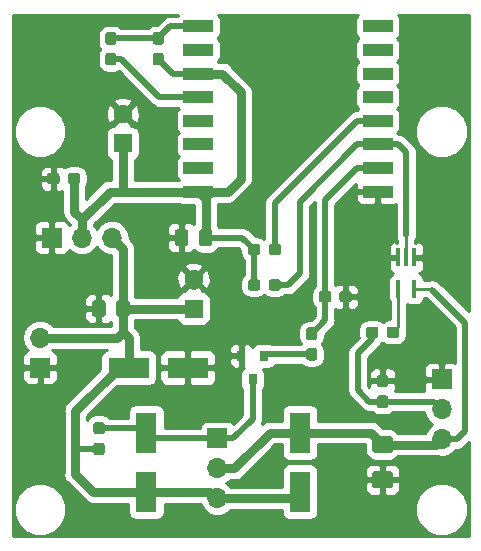
<source format=gbr>
G04 #@! TF.GenerationSoftware,KiCad,Pcbnew,(5.0.1)-4*
G04 #@! TF.CreationDate,2021-12-12T21:25:55+02:00*
G04 #@! TF.ProjectId,MagicLightsPCBNeo,4D616769634C69676874735043424E65,rev?*
G04 #@! TF.SameCoordinates,Original*
G04 #@! TF.FileFunction,Copper,L1,Top,Signal*
G04 #@! TF.FilePolarity,Positive*
%FSLAX46Y46*%
G04 Gerber Fmt 4.6, Leading zero omitted, Abs format (unit mm)*
G04 Created by KiCad (PCBNEW (5.0.1)-4) date 2021-12-12 21:25:55*
%MOMM*%
%LPD*%
G01*
G04 APERTURE LIST*
G04 #@! TA.AperFunction,Conductor*
%ADD10C,0.100000*%
G04 #@! TD*
G04 #@! TA.AperFunction,SMDPad,CuDef*
%ADD11C,1.150000*%
G04 #@! TD*
G04 #@! TA.AperFunction,SMDPad,CuDef*
%ADD12C,0.950000*%
G04 #@! TD*
G04 #@! TA.AperFunction,SMDPad,CuDef*
%ADD13C,1.425000*%
G04 #@! TD*
G04 #@! TA.AperFunction,ComponentPad*
%ADD14R,1.600000X1.600000*%
G04 #@! TD*
G04 #@! TA.AperFunction,ComponentPad*
%ADD15C,1.600000*%
G04 #@! TD*
G04 #@! TA.AperFunction,ComponentPad*
%ADD16R,1.700000X1.700000*%
G04 #@! TD*
G04 #@! TA.AperFunction,ComponentPad*
%ADD17O,1.700000X1.700000*%
G04 #@! TD*
G04 #@! TA.AperFunction,SMDPad,CuDef*
%ADD18R,0.800000X0.900000*%
G04 #@! TD*
G04 #@! TA.AperFunction,SMDPad,CuDef*
%ADD19R,0.400000X1.500000*%
G04 #@! TD*
G04 #@! TA.AperFunction,SMDPad,CuDef*
%ADD20R,2.500000X1.000000*%
G04 #@! TD*
G04 #@! TA.AperFunction,SMDPad,CuDef*
%ADD21R,1.800000X3.500000*%
G04 #@! TD*
G04 #@! TA.AperFunction,SMDPad,CuDef*
%ADD22R,3.500000X1.800000*%
G04 #@! TD*
G04 #@! TA.AperFunction,ViaPad*
%ADD23C,0.800000*%
G04 #@! TD*
G04 #@! TA.AperFunction,Conductor*
%ADD24C,0.750000*%
G04 #@! TD*
G04 #@! TA.AperFunction,Conductor*
%ADD25C,0.500000*%
G04 #@! TD*
G04 #@! TA.AperFunction,Conductor*
%ADD26C,0.250000*%
G04 #@! TD*
G04 #@! TA.AperFunction,Conductor*
%ADD27C,0.254000*%
G04 #@! TD*
G04 APERTURE END LIST*
D10*
G04 #@! TO.N,+5V*
G04 #@! TO.C,C6*
G36*
X24374505Y-43301204D02*
X24398773Y-43304804D01*
X24422572Y-43310765D01*
X24445671Y-43319030D01*
X24467850Y-43329520D01*
X24488893Y-43342132D01*
X24508599Y-43356747D01*
X24526777Y-43373223D01*
X24543253Y-43391401D01*
X24557868Y-43411107D01*
X24570480Y-43432150D01*
X24580970Y-43454329D01*
X24589235Y-43477428D01*
X24595196Y-43501227D01*
X24598796Y-43525495D01*
X24600000Y-43549999D01*
X24600000Y-44450001D01*
X24598796Y-44474505D01*
X24595196Y-44498773D01*
X24589235Y-44522572D01*
X24580970Y-44545671D01*
X24570480Y-44567850D01*
X24557868Y-44588893D01*
X24543253Y-44608599D01*
X24526777Y-44626777D01*
X24508599Y-44643253D01*
X24488893Y-44657868D01*
X24467850Y-44670480D01*
X24445671Y-44680970D01*
X24422572Y-44689235D01*
X24398773Y-44695196D01*
X24374505Y-44698796D01*
X24350001Y-44700000D01*
X23699999Y-44700000D01*
X23675495Y-44698796D01*
X23651227Y-44695196D01*
X23627428Y-44689235D01*
X23604329Y-44680970D01*
X23582150Y-44670480D01*
X23561107Y-44657868D01*
X23541401Y-44643253D01*
X23523223Y-44626777D01*
X23506747Y-44608599D01*
X23492132Y-44588893D01*
X23479520Y-44567850D01*
X23469030Y-44545671D01*
X23460765Y-44522572D01*
X23454804Y-44498773D01*
X23451204Y-44474505D01*
X23450000Y-44450001D01*
X23450000Y-43549999D01*
X23451204Y-43525495D01*
X23454804Y-43501227D01*
X23460765Y-43477428D01*
X23469030Y-43454329D01*
X23479520Y-43432150D01*
X23492132Y-43411107D01*
X23506747Y-43391401D01*
X23523223Y-43373223D01*
X23541401Y-43356747D01*
X23561107Y-43342132D01*
X23582150Y-43329520D01*
X23604329Y-43319030D01*
X23627428Y-43310765D01*
X23651227Y-43304804D01*
X23675495Y-43301204D01*
X23699999Y-43300000D01*
X24350001Y-43300000D01*
X24374505Y-43301204D01*
X24374505Y-43301204D01*
G37*
D11*
G04 #@! TD*
G04 #@! TO.P,C6,1*
G04 #@! TO.N,+5V*
X24025000Y-44000000D03*
D10*
G04 #@! TO.N,GND*
G04 #@! TO.C,C6*
G36*
X22324505Y-43301204D02*
X22348773Y-43304804D01*
X22372572Y-43310765D01*
X22395671Y-43319030D01*
X22417850Y-43329520D01*
X22438893Y-43342132D01*
X22458599Y-43356747D01*
X22476777Y-43373223D01*
X22493253Y-43391401D01*
X22507868Y-43411107D01*
X22520480Y-43432150D01*
X22530970Y-43454329D01*
X22539235Y-43477428D01*
X22545196Y-43501227D01*
X22548796Y-43525495D01*
X22550000Y-43549999D01*
X22550000Y-44450001D01*
X22548796Y-44474505D01*
X22545196Y-44498773D01*
X22539235Y-44522572D01*
X22530970Y-44545671D01*
X22520480Y-44567850D01*
X22507868Y-44588893D01*
X22493253Y-44608599D01*
X22476777Y-44626777D01*
X22458599Y-44643253D01*
X22438893Y-44657868D01*
X22417850Y-44670480D01*
X22395671Y-44680970D01*
X22372572Y-44689235D01*
X22348773Y-44695196D01*
X22324505Y-44698796D01*
X22300001Y-44700000D01*
X21649999Y-44700000D01*
X21625495Y-44698796D01*
X21601227Y-44695196D01*
X21577428Y-44689235D01*
X21554329Y-44680970D01*
X21532150Y-44670480D01*
X21511107Y-44657868D01*
X21491401Y-44643253D01*
X21473223Y-44626777D01*
X21456747Y-44608599D01*
X21442132Y-44588893D01*
X21429520Y-44567850D01*
X21419030Y-44545671D01*
X21410765Y-44522572D01*
X21404804Y-44498773D01*
X21401204Y-44474505D01*
X21400000Y-44450001D01*
X21400000Y-43549999D01*
X21401204Y-43525495D01*
X21404804Y-43501227D01*
X21410765Y-43477428D01*
X21419030Y-43454329D01*
X21429520Y-43432150D01*
X21442132Y-43411107D01*
X21456747Y-43391401D01*
X21473223Y-43373223D01*
X21491401Y-43356747D01*
X21511107Y-43342132D01*
X21532150Y-43329520D01*
X21554329Y-43319030D01*
X21577428Y-43310765D01*
X21601227Y-43304804D01*
X21625495Y-43301204D01*
X21649999Y-43300000D01*
X22300001Y-43300000D01*
X22324505Y-43301204D01*
X22324505Y-43301204D01*
G37*
D11*
G04 #@! TD*
G04 #@! TO.P,C6,2*
G04 #@! TO.N,GND*
X21975000Y-44000000D03*
D10*
G04 #@! TO.N,Net-(R1-Pad1)*
G04 #@! TO.C,R1*
G36*
X37185779Y-41526144D02*
X37208834Y-41529563D01*
X37231443Y-41535227D01*
X37253387Y-41543079D01*
X37274457Y-41553044D01*
X37294448Y-41565026D01*
X37313168Y-41578910D01*
X37330438Y-41594562D01*
X37346090Y-41611832D01*
X37359974Y-41630552D01*
X37371956Y-41650543D01*
X37381921Y-41671613D01*
X37389773Y-41693557D01*
X37395437Y-41716166D01*
X37398856Y-41739221D01*
X37400000Y-41762500D01*
X37400000Y-42237500D01*
X37398856Y-42260779D01*
X37395437Y-42283834D01*
X37389773Y-42306443D01*
X37381921Y-42328387D01*
X37371956Y-42349457D01*
X37359974Y-42369448D01*
X37346090Y-42388168D01*
X37330438Y-42405438D01*
X37313168Y-42421090D01*
X37294448Y-42434974D01*
X37274457Y-42446956D01*
X37253387Y-42456921D01*
X37231443Y-42464773D01*
X37208834Y-42470437D01*
X37185779Y-42473856D01*
X37162500Y-42475000D01*
X36587500Y-42475000D01*
X36564221Y-42473856D01*
X36541166Y-42470437D01*
X36518557Y-42464773D01*
X36496613Y-42456921D01*
X36475543Y-42446956D01*
X36455552Y-42434974D01*
X36436832Y-42421090D01*
X36419562Y-42405438D01*
X36403910Y-42388168D01*
X36390026Y-42369448D01*
X36378044Y-42349457D01*
X36368079Y-42328387D01*
X36360227Y-42306443D01*
X36354563Y-42283834D01*
X36351144Y-42260779D01*
X36350000Y-42237500D01*
X36350000Y-41762500D01*
X36351144Y-41739221D01*
X36354563Y-41716166D01*
X36360227Y-41693557D01*
X36368079Y-41671613D01*
X36378044Y-41650543D01*
X36390026Y-41630552D01*
X36403910Y-41611832D01*
X36419562Y-41594562D01*
X36436832Y-41578910D01*
X36455552Y-41565026D01*
X36475543Y-41553044D01*
X36496613Y-41543079D01*
X36518557Y-41535227D01*
X36541166Y-41529563D01*
X36564221Y-41526144D01*
X36587500Y-41525000D01*
X37162500Y-41525000D01*
X37185779Y-41526144D01*
X37185779Y-41526144D01*
G37*
D12*
G04 #@! TD*
G04 #@! TO.P,R1,1*
G04 #@! TO.N,Net-(R1-Pad1)*
X36875000Y-42000000D03*
D10*
G04 #@! TO.N,+3V3*
G04 #@! TO.C,R1*
G36*
X35435779Y-41526144D02*
X35458834Y-41529563D01*
X35481443Y-41535227D01*
X35503387Y-41543079D01*
X35524457Y-41553044D01*
X35544448Y-41565026D01*
X35563168Y-41578910D01*
X35580438Y-41594562D01*
X35596090Y-41611832D01*
X35609974Y-41630552D01*
X35621956Y-41650543D01*
X35631921Y-41671613D01*
X35639773Y-41693557D01*
X35645437Y-41716166D01*
X35648856Y-41739221D01*
X35650000Y-41762500D01*
X35650000Y-42237500D01*
X35648856Y-42260779D01*
X35645437Y-42283834D01*
X35639773Y-42306443D01*
X35631921Y-42328387D01*
X35621956Y-42349457D01*
X35609974Y-42369448D01*
X35596090Y-42388168D01*
X35580438Y-42405438D01*
X35563168Y-42421090D01*
X35544448Y-42434974D01*
X35524457Y-42446956D01*
X35503387Y-42456921D01*
X35481443Y-42464773D01*
X35458834Y-42470437D01*
X35435779Y-42473856D01*
X35412500Y-42475000D01*
X34837500Y-42475000D01*
X34814221Y-42473856D01*
X34791166Y-42470437D01*
X34768557Y-42464773D01*
X34746613Y-42456921D01*
X34725543Y-42446956D01*
X34705552Y-42434974D01*
X34686832Y-42421090D01*
X34669562Y-42405438D01*
X34653910Y-42388168D01*
X34640026Y-42369448D01*
X34628044Y-42349457D01*
X34618079Y-42328387D01*
X34610227Y-42306443D01*
X34604563Y-42283834D01*
X34601144Y-42260779D01*
X34600000Y-42237500D01*
X34600000Y-41762500D01*
X34601144Y-41739221D01*
X34604563Y-41716166D01*
X34610227Y-41693557D01*
X34618079Y-41671613D01*
X34628044Y-41650543D01*
X34640026Y-41630552D01*
X34653910Y-41611832D01*
X34669562Y-41594562D01*
X34686832Y-41578910D01*
X34705552Y-41565026D01*
X34725543Y-41553044D01*
X34746613Y-41543079D01*
X34768557Y-41535227D01*
X34791166Y-41529563D01*
X34814221Y-41526144D01*
X34837500Y-41525000D01*
X35412500Y-41525000D01*
X35435779Y-41526144D01*
X35435779Y-41526144D01*
G37*
D12*
G04 #@! TD*
G04 #@! TO.P,R1,2*
G04 #@! TO.N,+3V3*
X35125000Y-42000000D03*
D10*
G04 #@! TO.N,+3V3*
G04 #@! TO.C,R4*
G36*
X35435779Y-38526144D02*
X35458834Y-38529563D01*
X35481443Y-38535227D01*
X35503387Y-38543079D01*
X35524457Y-38553044D01*
X35544448Y-38565026D01*
X35563168Y-38578910D01*
X35580438Y-38594562D01*
X35596090Y-38611832D01*
X35609974Y-38630552D01*
X35621956Y-38650543D01*
X35631921Y-38671613D01*
X35639773Y-38693557D01*
X35645437Y-38716166D01*
X35648856Y-38739221D01*
X35650000Y-38762500D01*
X35650000Y-39237500D01*
X35648856Y-39260779D01*
X35645437Y-39283834D01*
X35639773Y-39306443D01*
X35631921Y-39328387D01*
X35621956Y-39349457D01*
X35609974Y-39369448D01*
X35596090Y-39388168D01*
X35580438Y-39405438D01*
X35563168Y-39421090D01*
X35544448Y-39434974D01*
X35524457Y-39446956D01*
X35503387Y-39456921D01*
X35481443Y-39464773D01*
X35458834Y-39470437D01*
X35435779Y-39473856D01*
X35412500Y-39475000D01*
X34837500Y-39475000D01*
X34814221Y-39473856D01*
X34791166Y-39470437D01*
X34768557Y-39464773D01*
X34746613Y-39456921D01*
X34725543Y-39446956D01*
X34705552Y-39434974D01*
X34686832Y-39421090D01*
X34669562Y-39405438D01*
X34653910Y-39388168D01*
X34640026Y-39369448D01*
X34628044Y-39349457D01*
X34618079Y-39328387D01*
X34610227Y-39306443D01*
X34604563Y-39283834D01*
X34601144Y-39260779D01*
X34600000Y-39237500D01*
X34600000Y-38762500D01*
X34601144Y-38739221D01*
X34604563Y-38716166D01*
X34610227Y-38693557D01*
X34618079Y-38671613D01*
X34628044Y-38650543D01*
X34640026Y-38630552D01*
X34653910Y-38611832D01*
X34669562Y-38594562D01*
X34686832Y-38578910D01*
X34705552Y-38565026D01*
X34725543Y-38553044D01*
X34746613Y-38543079D01*
X34768557Y-38535227D01*
X34791166Y-38529563D01*
X34814221Y-38526144D01*
X34837500Y-38525000D01*
X35412500Y-38525000D01*
X35435779Y-38526144D01*
X35435779Y-38526144D01*
G37*
D12*
G04 #@! TD*
G04 #@! TO.P,R4,2*
G04 #@! TO.N,+3V3*
X35125000Y-39000000D03*
D10*
G04 #@! TO.N,Net-(R4-Pad1)*
G04 #@! TO.C,R4*
G36*
X37185779Y-38526144D02*
X37208834Y-38529563D01*
X37231443Y-38535227D01*
X37253387Y-38543079D01*
X37274457Y-38553044D01*
X37294448Y-38565026D01*
X37313168Y-38578910D01*
X37330438Y-38594562D01*
X37346090Y-38611832D01*
X37359974Y-38630552D01*
X37371956Y-38650543D01*
X37381921Y-38671613D01*
X37389773Y-38693557D01*
X37395437Y-38716166D01*
X37398856Y-38739221D01*
X37400000Y-38762500D01*
X37400000Y-39237500D01*
X37398856Y-39260779D01*
X37395437Y-39283834D01*
X37389773Y-39306443D01*
X37381921Y-39328387D01*
X37371956Y-39349457D01*
X37359974Y-39369448D01*
X37346090Y-39388168D01*
X37330438Y-39405438D01*
X37313168Y-39421090D01*
X37294448Y-39434974D01*
X37274457Y-39446956D01*
X37253387Y-39456921D01*
X37231443Y-39464773D01*
X37208834Y-39470437D01*
X37185779Y-39473856D01*
X37162500Y-39475000D01*
X36587500Y-39475000D01*
X36564221Y-39473856D01*
X36541166Y-39470437D01*
X36518557Y-39464773D01*
X36496613Y-39456921D01*
X36475543Y-39446956D01*
X36455552Y-39434974D01*
X36436832Y-39421090D01*
X36419562Y-39405438D01*
X36403910Y-39388168D01*
X36390026Y-39369448D01*
X36378044Y-39349457D01*
X36368079Y-39328387D01*
X36360227Y-39306443D01*
X36354563Y-39283834D01*
X36351144Y-39260779D01*
X36350000Y-39237500D01*
X36350000Y-38762500D01*
X36351144Y-38739221D01*
X36354563Y-38716166D01*
X36360227Y-38693557D01*
X36368079Y-38671613D01*
X36378044Y-38650543D01*
X36390026Y-38630552D01*
X36403910Y-38611832D01*
X36419562Y-38594562D01*
X36436832Y-38578910D01*
X36455552Y-38565026D01*
X36475543Y-38553044D01*
X36496613Y-38543079D01*
X36518557Y-38535227D01*
X36541166Y-38529563D01*
X36564221Y-38526144D01*
X36587500Y-38525000D01*
X37162500Y-38525000D01*
X37185779Y-38526144D01*
X37185779Y-38526144D01*
G37*
D12*
G04 #@! TD*
G04 #@! TO.P,R4,1*
G04 #@! TO.N,Net-(R4-Pad1)*
X36875000Y-39000000D03*
D10*
G04 #@! TO.N,Net-(C1-Pad1)*
G04 #@! TO.C,C1*
G36*
X46649504Y-54801204D02*
X46673773Y-54804804D01*
X46697571Y-54810765D01*
X46720671Y-54819030D01*
X46742849Y-54829520D01*
X46763893Y-54842133D01*
X46783598Y-54856747D01*
X46801777Y-54873223D01*
X46818253Y-54891402D01*
X46832867Y-54911107D01*
X46845480Y-54932151D01*
X46855970Y-54954329D01*
X46864235Y-54977429D01*
X46870196Y-55001227D01*
X46873796Y-55025496D01*
X46875000Y-55050000D01*
X46875000Y-55975000D01*
X46873796Y-55999504D01*
X46870196Y-56023773D01*
X46864235Y-56047571D01*
X46855970Y-56070671D01*
X46845480Y-56092849D01*
X46832867Y-56113893D01*
X46818253Y-56133598D01*
X46801777Y-56151777D01*
X46783598Y-56168253D01*
X46763893Y-56182867D01*
X46742849Y-56195480D01*
X46720671Y-56205970D01*
X46697571Y-56214235D01*
X46673773Y-56220196D01*
X46649504Y-56223796D01*
X46625000Y-56225000D01*
X45375000Y-56225000D01*
X45350496Y-56223796D01*
X45326227Y-56220196D01*
X45302429Y-56214235D01*
X45279329Y-56205970D01*
X45257151Y-56195480D01*
X45236107Y-56182867D01*
X45216402Y-56168253D01*
X45198223Y-56151777D01*
X45181747Y-56133598D01*
X45167133Y-56113893D01*
X45154520Y-56092849D01*
X45144030Y-56070671D01*
X45135765Y-56047571D01*
X45129804Y-56023773D01*
X45126204Y-55999504D01*
X45125000Y-55975000D01*
X45125000Y-55050000D01*
X45126204Y-55025496D01*
X45129804Y-55001227D01*
X45135765Y-54977429D01*
X45144030Y-54954329D01*
X45154520Y-54932151D01*
X45167133Y-54911107D01*
X45181747Y-54891402D01*
X45198223Y-54873223D01*
X45216402Y-54856747D01*
X45236107Y-54842133D01*
X45257151Y-54829520D01*
X45279329Y-54819030D01*
X45302429Y-54810765D01*
X45326227Y-54804804D01*
X45350496Y-54801204D01*
X45375000Y-54800000D01*
X46625000Y-54800000D01*
X46649504Y-54801204D01*
X46649504Y-54801204D01*
G37*
D13*
G04 #@! TD*
G04 #@! TO.P,C1,1*
G04 #@! TO.N,Net-(C1-Pad1)*
X46000000Y-55512500D03*
D10*
G04 #@! TO.N,GND*
G04 #@! TO.C,C1*
G36*
X46649504Y-57776204D02*
X46673773Y-57779804D01*
X46697571Y-57785765D01*
X46720671Y-57794030D01*
X46742849Y-57804520D01*
X46763893Y-57817133D01*
X46783598Y-57831747D01*
X46801777Y-57848223D01*
X46818253Y-57866402D01*
X46832867Y-57886107D01*
X46845480Y-57907151D01*
X46855970Y-57929329D01*
X46864235Y-57952429D01*
X46870196Y-57976227D01*
X46873796Y-58000496D01*
X46875000Y-58025000D01*
X46875000Y-58950000D01*
X46873796Y-58974504D01*
X46870196Y-58998773D01*
X46864235Y-59022571D01*
X46855970Y-59045671D01*
X46845480Y-59067849D01*
X46832867Y-59088893D01*
X46818253Y-59108598D01*
X46801777Y-59126777D01*
X46783598Y-59143253D01*
X46763893Y-59157867D01*
X46742849Y-59170480D01*
X46720671Y-59180970D01*
X46697571Y-59189235D01*
X46673773Y-59195196D01*
X46649504Y-59198796D01*
X46625000Y-59200000D01*
X45375000Y-59200000D01*
X45350496Y-59198796D01*
X45326227Y-59195196D01*
X45302429Y-59189235D01*
X45279329Y-59180970D01*
X45257151Y-59170480D01*
X45236107Y-59157867D01*
X45216402Y-59143253D01*
X45198223Y-59126777D01*
X45181747Y-59108598D01*
X45167133Y-59088893D01*
X45154520Y-59067849D01*
X45144030Y-59045671D01*
X45135765Y-59022571D01*
X45129804Y-58998773D01*
X45126204Y-58974504D01*
X45125000Y-58950000D01*
X45125000Y-58025000D01*
X45126204Y-58000496D01*
X45129804Y-57976227D01*
X45135765Y-57952429D01*
X45144030Y-57929329D01*
X45154520Y-57907151D01*
X45167133Y-57886107D01*
X45181747Y-57866402D01*
X45198223Y-57848223D01*
X45216402Y-57831747D01*
X45236107Y-57817133D01*
X45257151Y-57804520D01*
X45279329Y-57794030D01*
X45302429Y-57785765D01*
X45326227Y-57779804D01*
X45350496Y-57776204D01*
X45375000Y-57775000D01*
X46625000Y-57775000D01*
X46649504Y-57776204D01*
X46649504Y-57776204D01*
G37*
D13*
G04 #@! TD*
G04 #@! TO.P,C1,2*
G04 #@! TO.N,GND*
X46000000Y-58487500D03*
D14*
G04 #@! TO.P,C2,1*
G04 #@! TO.N,+3V3*
X24000000Y-30000000D03*
D15*
G04 #@! TO.P,C2,2*
G04 #@! TO.N,GND*
X24000000Y-27500000D03*
G04 #@! TD*
D10*
G04 #@! TO.N,GND*
G04 #@! TO.C,C3*
G36*
X29324505Y-37301204D02*
X29348773Y-37304804D01*
X29372572Y-37310765D01*
X29395671Y-37319030D01*
X29417850Y-37329520D01*
X29438893Y-37342132D01*
X29458599Y-37356747D01*
X29476777Y-37373223D01*
X29493253Y-37391401D01*
X29507868Y-37411107D01*
X29520480Y-37432150D01*
X29530970Y-37454329D01*
X29539235Y-37477428D01*
X29545196Y-37501227D01*
X29548796Y-37525495D01*
X29550000Y-37549999D01*
X29550000Y-38450001D01*
X29548796Y-38474505D01*
X29545196Y-38498773D01*
X29539235Y-38522572D01*
X29530970Y-38545671D01*
X29520480Y-38567850D01*
X29507868Y-38588893D01*
X29493253Y-38608599D01*
X29476777Y-38626777D01*
X29458599Y-38643253D01*
X29438893Y-38657868D01*
X29417850Y-38670480D01*
X29395671Y-38680970D01*
X29372572Y-38689235D01*
X29348773Y-38695196D01*
X29324505Y-38698796D01*
X29300001Y-38700000D01*
X28649999Y-38700000D01*
X28625495Y-38698796D01*
X28601227Y-38695196D01*
X28577428Y-38689235D01*
X28554329Y-38680970D01*
X28532150Y-38670480D01*
X28511107Y-38657868D01*
X28491401Y-38643253D01*
X28473223Y-38626777D01*
X28456747Y-38608599D01*
X28442132Y-38588893D01*
X28429520Y-38567850D01*
X28419030Y-38545671D01*
X28410765Y-38522572D01*
X28404804Y-38498773D01*
X28401204Y-38474505D01*
X28400000Y-38450001D01*
X28400000Y-37549999D01*
X28401204Y-37525495D01*
X28404804Y-37501227D01*
X28410765Y-37477428D01*
X28419030Y-37454329D01*
X28429520Y-37432150D01*
X28442132Y-37411107D01*
X28456747Y-37391401D01*
X28473223Y-37373223D01*
X28491401Y-37356747D01*
X28511107Y-37342132D01*
X28532150Y-37329520D01*
X28554329Y-37319030D01*
X28577428Y-37310765D01*
X28601227Y-37304804D01*
X28625495Y-37301204D01*
X28649999Y-37300000D01*
X29300001Y-37300000D01*
X29324505Y-37301204D01*
X29324505Y-37301204D01*
G37*
D11*
G04 #@! TD*
G04 #@! TO.P,C3,2*
G04 #@! TO.N,GND*
X28975000Y-38000000D03*
D10*
G04 #@! TO.N,+3V3*
G04 #@! TO.C,C3*
G36*
X31374505Y-37301204D02*
X31398773Y-37304804D01*
X31422572Y-37310765D01*
X31445671Y-37319030D01*
X31467850Y-37329520D01*
X31488893Y-37342132D01*
X31508599Y-37356747D01*
X31526777Y-37373223D01*
X31543253Y-37391401D01*
X31557868Y-37411107D01*
X31570480Y-37432150D01*
X31580970Y-37454329D01*
X31589235Y-37477428D01*
X31595196Y-37501227D01*
X31598796Y-37525495D01*
X31600000Y-37549999D01*
X31600000Y-38450001D01*
X31598796Y-38474505D01*
X31595196Y-38498773D01*
X31589235Y-38522572D01*
X31580970Y-38545671D01*
X31570480Y-38567850D01*
X31557868Y-38588893D01*
X31543253Y-38608599D01*
X31526777Y-38626777D01*
X31508599Y-38643253D01*
X31488893Y-38657868D01*
X31467850Y-38670480D01*
X31445671Y-38680970D01*
X31422572Y-38689235D01*
X31398773Y-38695196D01*
X31374505Y-38698796D01*
X31350001Y-38700000D01*
X30699999Y-38700000D01*
X30675495Y-38698796D01*
X30651227Y-38695196D01*
X30627428Y-38689235D01*
X30604329Y-38680970D01*
X30582150Y-38670480D01*
X30561107Y-38657868D01*
X30541401Y-38643253D01*
X30523223Y-38626777D01*
X30506747Y-38608599D01*
X30492132Y-38588893D01*
X30479520Y-38567850D01*
X30469030Y-38545671D01*
X30460765Y-38522572D01*
X30454804Y-38498773D01*
X30451204Y-38474505D01*
X30450000Y-38450001D01*
X30450000Y-37549999D01*
X30451204Y-37525495D01*
X30454804Y-37501227D01*
X30460765Y-37477428D01*
X30469030Y-37454329D01*
X30479520Y-37432150D01*
X30492132Y-37411107D01*
X30506747Y-37391401D01*
X30523223Y-37373223D01*
X30541401Y-37356747D01*
X30561107Y-37342132D01*
X30582150Y-37329520D01*
X30604329Y-37319030D01*
X30627428Y-37310765D01*
X30651227Y-37304804D01*
X30675495Y-37301204D01*
X30699999Y-37300000D01*
X31350001Y-37300000D01*
X31374505Y-37301204D01*
X31374505Y-37301204D01*
G37*
D11*
G04 #@! TD*
G04 #@! TO.P,C3,1*
G04 #@! TO.N,+3V3*
X31025000Y-38000000D03*
D15*
G04 #@! TO.P,C7,2*
G04 #@! TO.N,GND*
X30000000Y-41500000D03*
D14*
G04 #@! TO.P,C7,1*
G04 #@! TO.N,+5V*
X30000000Y-44000000D03*
G04 #@! TD*
D16*
G04 #@! TO.P,J1,1*
G04 #@! TO.N,GND*
X51000000Y-50000000D03*
D17*
G04 #@! TO.P,J1,2*
G04 #@! TO.N,Net-(J1-Pad2)*
X51000000Y-52540000D03*
G04 #@! TO.P,J1,3*
G04 #@! TO.N,Net-(C1-Pad1)*
X51000000Y-55080000D03*
G04 #@! TD*
G04 #@! TO.P,J2,3*
G04 #@! TO.N,+5V*
X23080000Y-38000000D03*
G04 #@! TO.P,J2,2*
G04 #@! TO.N,+3V3*
X20540000Y-38000000D03*
D16*
G04 #@! TO.P,J2,1*
G04 #@! TO.N,GND*
X18000000Y-38000000D03*
G04 #@! TD*
G04 #@! TO.P,J3,1*
G04 #@! TO.N,GND*
X17000000Y-49000000D03*
D17*
G04 #@! TO.P,J3,2*
G04 #@! TO.N,+5V*
X17000000Y-46460000D03*
G04 #@! TD*
D16*
G04 #@! TO.P,Q1,1*
G04 #@! TO.N,Net-(D3-Pad2)*
X32000000Y-55000000D03*
D17*
G04 #@! TO.P,Q1,2*
G04 #@! TO.N,Net-(C1-Pad1)*
X32000000Y-57540000D03*
G04 #@! TO.P,Q1,3*
G04 #@! TO.N,+5V*
X32000000Y-60080000D03*
G04 #@! TD*
D18*
G04 #@! TO.P,Q2,1*
G04 #@! TO.N,Net-(Q2-Pad1)*
X35950000Y-48000000D03*
G04 #@! TO.P,Q2,2*
G04 #@! TO.N,GND*
X34050000Y-48000000D03*
G04 #@! TO.P,Q2,3*
G04 #@! TO.N,Net-(D3-Pad2)*
X35000000Y-50000000D03*
G04 #@! TD*
D10*
G04 #@! TO.N,Net-(R2-Pad1)*
G04 #@! TO.C,R2*
G36*
X47185779Y-45526144D02*
X47208834Y-45529563D01*
X47231443Y-45535227D01*
X47253387Y-45543079D01*
X47274457Y-45553044D01*
X47294448Y-45565026D01*
X47313168Y-45578910D01*
X47330438Y-45594562D01*
X47346090Y-45611832D01*
X47359974Y-45630552D01*
X47371956Y-45650543D01*
X47381921Y-45671613D01*
X47389773Y-45693557D01*
X47395437Y-45716166D01*
X47398856Y-45739221D01*
X47400000Y-45762500D01*
X47400000Y-46237500D01*
X47398856Y-46260779D01*
X47395437Y-46283834D01*
X47389773Y-46306443D01*
X47381921Y-46328387D01*
X47371956Y-46349457D01*
X47359974Y-46369448D01*
X47346090Y-46388168D01*
X47330438Y-46405438D01*
X47313168Y-46421090D01*
X47294448Y-46434974D01*
X47274457Y-46446956D01*
X47253387Y-46456921D01*
X47231443Y-46464773D01*
X47208834Y-46470437D01*
X47185779Y-46473856D01*
X47162500Y-46475000D01*
X46587500Y-46475000D01*
X46564221Y-46473856D01*
X46541166Y-46470437D01*
X46518557Y-46464773D01*
X46496613Y-46456921D01*
X46475543Y-46446956D01*
X46455552Y-46434974D01*
X46436832Y-46421090D01*
X46419562Y-46405438D01*
X46403910Y-46388168D01*
X46390026Y-46369448D01*
X46378044Y-46349457D01*
X46368079Y-46328387D01*
X46360227Y-46306443D01*
X46354563Y-46283834D01*
X46351144Y-46260779D01*
X46350000Y-46237500D01*
X46350000Y-45762500D01*
X46351144Y-45739221D01*
X46354563Y-45716166D01*
X46360227Y-45693557D01*
X46368079Y-45671613D01*
X46378044Y-45650543D01*
X46390026Y-45630552D01*
X46403910Y-45611832D01*
X46419562Y-45594562D01*
X46436832Y-45578910D01*
X46455552Y-45565026D01*
X46475543Y-45553044D01*
X46496613Y-45543079D01*
X46518557Y-45535227D01*
X46541166Y-45529563D01*
X46564221Y-45526144D01*
X46587500Y-45525000D01*
X47162500Y-45525000D01*
X47185779Y-45526144D01*
X47185779Y-45526144D01*
G37*
D12*
G04 #@! TD*
G04 #@! TO.P,R2,1*
G04 #@! TO.N,Net-(R2-Pad1)*
X46875000Y-46000000D03*
D10*
G04 #@! TO.N,Net-(J1-Pad2)*
G04 #@! TO.C,R2*
G36*
X45435779Y-45526144D02*
X45458834Y-45529563D01*
X45481443Y-45535227D01*
X45503387Y-45543079D01*
X45524457Y-45553044D01*
X45544448Y-45565026D01*
X45563168Y-45578910D01*
X45580438Y-45594562D01*
X45596090Y-45611832D01*
X45609974Y-45630552D01*
X45621956Y-45650543D01*
X45631921Y-45671613D01*
X45639773Y-45693557D01*
X45645437Y-45716166D01*
X45648856Y-45739221D01*
X45650000Y-45762500D01*
X45650000Y-46237500D01*
X45648856Y-46260779D01*
X45645437Y-46283834D01*
X45639773Y-46306443D01*
X45631921Y-46328387D01*
X45621956Y-46349457D01*
X45609974Y-46369448D01*
X45596090Y-46388168D01*
X45580438Y-46405438D01*
X45563168Y-46421090D01*
X45544448Y-46434974D01*
X45524457Y-46446956D01*
X45503387Y-46456921D01*
X45481443Y-46464773D01*
X45458834Y-46470437D01*
X45435779Y-46473856D01*
X45412500Y-46475000D01*
X44837500Y-46475000D01*
X44814221Y-46473856D01*
X44791166Y-46470437D01*
X44768557Y-46464773D01*
X44746613Y-46456921D01*
X44725543Y-46446956D01*
X44705552Y-46434974D01*
X44686832Y-46421090D01*
X44669562Y-46405438D01*
X44653910Y-46388168D01*
X44640026Y-46369448D01*
X44628044Y-46349457D01*
X44618079Y-46328387D01*
X44610227Y-46306443D01*
X44604563Y-46283834D01*
X44601144Y-46260779D01*
X44600000Y-46237500D01*
X44600000Y-45762500D01*
X44601144Y-45739221D01*
X44604563Y-45716166D01*
X44610227Y-45693557D01*
X44618079Y-45671613D01*
X44628044Y-45650543D01*
X44640026Y-45630552D01*
X44653910Y-45611832D01*
X44669562Y-45594562D01*
X44686832Y-45578910D01*
X44705552Y-45565026D01*
X44725543Y-45553044D01*
X44746613Y-45543079D01*
X44768557Y-45535227D01*
X44791166Y-45529563D01*
X44814221Y-45526144D01*
X44837500Y-45525000D01*
X45412500Y-45525000D01*
X45435779Y-45526144D01*
X45435779Y-45526144D01*
G37*
D12*
G04 #@! TD*
G04 #@! TO.P,R2,2*
G04 #@! TO.N,Net-(J1-Pad2)*
X45125000Y-46000000D03*
D10*
G04 #@! TO.N,+3V3*
G04 #@! TO.C,R3*
G36*
X27260779Y-22351144D02*
X27283834Y-22354563D01*
X27306443Y-22360227D01*
X27328387Y-22368079D01*
X27349457Y-22378044D01*
X27369448Y-22390026D01*
X27388168Y-22403910D01*
X27405438Y-22419562D01*
X27421090Y-22436832D01*
X27434974Y-22455552D01*
X27446956Y-22475543D01*
X27456921Y-22496613D01*
X27464773Y-22518557D01*
X27470437Y-22541166D01*
X27473856Y-22564221D01*
X27475000Y-22587500D01*
X27475000Y-23162500D01*
X27473856Y-23185779D01*
X27470437Y-23208834D01*
X27464773Y-23231443D01*
X27456921Y-23253387D01*
X27446956Y-23274457D01*
X27434974Y-23294448D01*
X27421090Y-23313168D01*
X27405438Y-23330438D01*
X27388168Y-23346090D01*
X27369448Y-23359974D01*
X27349457Y-23371956D01*
X27328387Y-23381921D01*
X27306443Y-23389773D01*
X27283834Y-23395437D01*
X27260779Y-23398856D01*
X27237500Y-23400000D01*
X26762500Y-23400000D01*
X26739221Y-23398856D01*
X26716166Y-23395437D01*
X26693557Y-23389773D01*
X26671613Y-23381921D01*
X26650543Y-23371956D01*
X26630552Y-23359974D01*
X26611832Y-23346090D01*
X26594562Y-23330438D01*
X26578910Y-23313168D01*
X26565026Y-23294448D01*
X26553044Y-23274457D01*
X26543079Y-23253387D01*
X26535227Y-23231443D01*
X26529563Y-23208834D01*
X26526144Y-23185779D01*
X26525000Y-23162500D01*
X26525000Y-22587500D01*
X26526144Y-22564221D01*
X26529563Y-22541166D01*
X26535227Y-22518557D01*
X26543079Y-22496613D01*
X26553044Y-22475543D01*
X26565026Y-22455552D01*
X26578910Y-22436832D01*
X26594562Y-22419562D01*
X26611832Y-22403910D01*
X26630552Y-22390026D01*
X26650543Y-22378044D01*
X26671613Y-22368079D01*
X26693557Y-22360227D01*
X26716166Y-22354563D01*
X26739221Y-22351144D01*
X26762500Y-22350000D01*
X27237500Y-22350000D01*
X27260779Y-22351144D01*
X27260779Y-22351144D01*
G37*
D12*
G04 #@! TD*
G04 #@! TO.P,R3,1*
G04 #@! TO.N,+3V3*
X27000000Y-22875000D03*
D10*
G04 #@! TO.N,Net-(R3-Pad2)*
G04 #@! TO.C,R3*
G36*
X27260779Y-20601144D02*
X27283834Y-20604563D01*
X27306443Y-20610227D01*
X27328387Y-20618079D01*
X27349457Y-20628044D01*
X27369448Y-20640026D01*
X27388168Y-20653910D01*
X27405438Y-20669562D01*
X27421090Y-20686832D01*
X27434974Y-20705552D01*
X27446956Y-20725543D01*
X27456921Y-20746613D01*
X27464773Y-20768557D01*
X27470437Y-20791166D01*
X27473856Y-20814221D01*
X27475000Y-20837500D01*
X27475000Y-21412500D01*
X27473856Y-21435779D01*
X27470437Y-21458834D01*
X27464773Y-21481443D01*
X27456921Y-21503387D01*
X27446956Y-21524457D01*
X27434974Y-21544448D01*
X27421090Y-21563168D01*
X27405438Y-21580438D01*
X27388168Y-21596090D01*
X27369448Y-21609974D01*
X27349457Y-21621956D01*
X27328387Y-21631921D01*
X27306443Y-21639773D01*
X27283834Y-21645437D01*
X27260779Y-21648856D01*
X27237500Y-21650000D01*
X26762500Y-21650000D01*
X26739221Y-21648856D01*
X26716166Y-21645437D01*
X26693557Y-21639773D01*
X26671613Y-21631921D01*
X26650543Y-21621956D01*
X26630552Y-21609974D01*
X26611832Y-21596090D01*
X26594562Y-21580438D01*
X26578910Y-21563168D01*
X26565026Y-21544448D01*
X26553044Y-21524457D01*
X26543079Y-21503387D01*
X26535227Y-21481443D01*
X26529563Y-21458834D01*
X26526144Y-21435779D01*
X26525000Y-21412500D01*
X26525000Y-20837500D01*
X26526144Y-20814221D01*
X26529563Y-20791166D01*
X26535227Y-20768557D01*
X26543079Y-20746613D01*
X26553044Y-20725543D01*
X26565026Y-20705552D01*
X26578910Y-20686832D01*
X26594562Y-20669562D01*
X26611832Y-20653910D01*
X26630552Y-20640026D01*
X26650543Y-20628044D01*
X26671613Y-20618079D01*
X26693557Y-20610227D01*
X26716166Y-20604563D01*
X26739221Y-20601144D01*
X26762500Y-20600000D01*
X27237500Y-20600000D01*
X27260779Y-20601144D01*
X27260779Y-20601144D01*
G37*
D12*
G04 #@! TD*
G04 #@! TO.P,R3,2*
G04 #@! TO.N,Net-(R3-Pad2)*
X27000000Y-21125000D03*
D10*
G04 #@! TO.N,Net-(R5-Pad2)*
G04 #@! TO.C,R5*
G36*
X23260779Y-22351144D02*
X23283834Y-22354563D01*
X23306443Y-22360227D01*
X23328387Y-22368079D01*
X23349457Y-22378044D01*
X23369448Y-22390026D01*
X23388168Y-22403910D01*
X23405438Y-22419562D01*
X23421090Y-22436832D01*
X23434974Y-22455552D01*
X23446956Y-22475543D01*
X23456921Y-22496613D01*
X23464773Y-22518557D01*
X23470437Y-22541166D01*
X23473856Y-22564221D01*
X23475000Y-22587500D01*
X23475000Y-23162500D01*
X23473856Y-23185779D01*
X23470437Y-23208834D01*
X23464773Y-23231443D01*
X23456921Y-23253387D01*
X23446956Y-23274457D01*
X23434974Y-23294448D01*
X23421090Y-23313168D01*
X23405438Y-23330438D01*
X23388168Y-23346090D01*
X23369448Y-23359974D01*
X23349457Y-23371956D01*
X23328387Y-23381921D01*
X23306443Y-23389773D01*
X23283834Y-23395437D01*
X23260779Y-23398856D01*
X23237500Y-23400000D01*
X22762500Y-23400000D01*
X22739221Y-23398856D01*
X22716166Y-23395437D01*
X22693557Y-23389773D01*
X22671613Y-23381921D01*
X22650543Y-23371956D01*
X22630552Y-23359974D01*
X22611832Y-23346090D01*
X22594562Y-23330438D01*
X22578910Y-23313168D01*
X22565026Y-23294448D01*
X22553044Y-23274457D01*
X22543079Y-23253387D01*
X22535227Y-23231443D01*
X22529563Y-23208834D01*
X22526144Y-23185779D01*
X22525000Y-23162500D01*
X22525000Y-22587500D01*
X22526144Y-22564221D01*
X22529563Y-22541166D01*
X22535227Y-22518557D01*
X22543079Y-22496613D01*
X22553044Y-22475543D01*
X22565026Y-22455552D01*
X22578910Y-22436832D01*
X22594562Y-22419562D01*
X22611832Y-22403910D01*
X22630552Y-22390026D01*
X22650543Y-22378044D01*
X22671613Y-22368079D01*
X22693557Y-22360227D01*
X22716166Y-22354563D01*
X22739221Y-22351144D01*
X22762500Y-22350000D01*
X23237500Y-22350000D01*
X23260779Y-22351144D01*
X23260779Y-22351144D01*
G37*
D12*
G04 #@! TD*
G04 #@! TO.P,R5,2*
G04 #@! TO.N,Net-(R5-Pad2)*
X23000000Y-22875000D03*
D10*
G04 #@! TO.N,Net-(R3-Pad2)*
G04 #@! TO.C,R5*
G36*
X23260779Y-20601144D02*
X23283834Y-20604563D01*
X23306443Y-20610227D01*
X23328387Y-20618079D01*
X23349457Y-20628044D01*
X23369448Y-20640026D01*
X23388168Y-20653910D01*
X23405438Y-20669562D01*
X23421090Y-20686832D01*
X23434974Y-20705552D01*
X23446956Y-20725543D01*
X23456921Y-20746613D01*
X23464773Y-20768557D01*
X23470437Y-20791166D01*
X23473856Y-20814221D01*
X23475000Y-20837500D01*
X23475000Y-21412500D01*
X23473856Y-21435779D01*
X23470437Y-21458834D01*
X23464773Y-21481443D01*
X23456921Y-21503387D01*
X23446956Y-21524457D01*
X23434974Y-21544448D01*
X23421090Y-21563168D01*
X23405438Y-21580438D01*
X23388168Y-21596090D01*
X23369448Y-21609974D01*
X23349457Y-21621956D01*
X23328387Y-21631921D01*
X23306443Y-21639773D01*
X23283834Y-21645437D01*
X23260779Y-21648856D01*
X23237500Y-21650000D01*
X22762500Y-21650000D01*
X22739221Y-21648856D01*
X22716166Y-21645437D01*
X22693557Y-21639773D01*
X22671613Y-21631921D01*
X22650543Y-21621956D01*
X22630552Y-21609974D01*
X22611832Y-21596090D01*
X22594562Y-21580438D01*
X22578910Y-21563168D01*
X22565026Y-21544448D01*
X22553044Y-21524457D01*
X22543079Y-21503387D01*
X22535227Y-21481443D01*
X22529563Y-21458834D01*
X22526144Y-21435779D01*
X22525000Y-21412500D01*
X22525000Y-20837500D01*
X22526144Y-20814221D01*
X22529563Y-20791166D01*
X22535227Y-20768557D01*
X22543079Y-20746613D01*
X22553044Y-20725543D01*
X22565026Y-20705552D01*
X22578910Y-20686832D01*
X22594562Y-20669562D01*
X22611832Y-20653910D01*
X22630552Y-20640026D01*
X22650543Y-20628044D01*
X22671613Y-20618079D01*
X22693557Y-20610227D01*
X22716166Y-20604563D01*
X22739221Y-20601144D01*
X22762500Y-20600000D01*
X23237500Y-20600000D01*
X23260779Y-20601144D01*
X23260779Y-20601144D01*
G37*
D12*
G04 #@! TD*
G04 #@! TO.P,R5,1*
G04 #@! TO.N,Net-(R3-Pad2)*
X23000000Y-21125000D03*
D10*
G04 #@! TO.N,Net-(D3-Pad2)*
G04 #@! TO.C,R6*
G36*
X22260779Y-53601144D02*
X22283834Y-53604563D01*
X22306443Y-53610227D01*
X22328387Y-53618079D01*
X22349457Y-53628044D01*
X22369448Y-53640026D01*
X22388168Y-53653910D01*
X22405438Y-53669562D01*
X22421090Y-53686832D01*
X22434974Y-53705552D01*
X22446956Y-53725543D01*
X22456921Y-53746613D01*
X22464773Y-53768557D01*
X22470437Y-53791166D01*
X22473856Y-53814221D01*
X22475000Y-53837500D01*
X22475000Y-54412500D01*
X22473856Y-54435779D01*
X22470437Y-54458834D01*
X22464773Y-54481443D01*
X22456921Y-54503387D01*
X22446956Y-54524457D01*
X22434974Y-54544448D01*
X22421090Y-54563168D01*
X22405438Y-54580438D01*
X22388168Y-54596090D01*
X22369448Y-54609974D01*
X22349457Y-54621956D01*
X22328387Y-54631921D01*
X22306443Y-54639773D01*
X22283834Y-54645437D01*
X22260779Y-54648856D01*
X22237500Y-54650000D01*
X21762500Y-54650000D01*
X21739221Y-54648856D01*
X21716166Y-54645437D01*
X21693557Y-54639773D01*
X21671613Y-54631921D01*
X21650543Y-54621956D01*
X21630552Y-54609974D01*
X21611832Y-54596090D01*
X21594562Y-54580438D01*
X21578910Y-54563168D01*
X21565026Y-54544448D01*
X21553044Y-54524457D01*
X21543079Y-54503387D01*
X21535227Y-54481443D01*
X21529563Y-54458834D01*
X21526144Y-54435779D01*
X21525000Y-54412500D01*
X21525000Y-53837500D01*
X21526144Y-53814221D01*
X21529563Y-53791166D01*
X21535227Y-53768557D01*
X21543079Y-53746613D01*
X21553044Y-53725543D01*
X21565026Y-53705552D01*
X21578910Y-53686832D01*
X21594562Y-53669562D01*
X21611832Y-53653910D01*
X21630552Y-53640026D01*
X21650543Y-53628044D01*
X21671613Y-53618079D01*
X21693557Y-53610227D01*
X21716166Y-53604563D01*
X21739221Y-53601144D01*
X21762500Y-53600000D01*
X22237500Y-53600000D01*
X22260779Y-53601144D01*
X22260779Y-53601144D01*
G37*
D12*
G04 #@! TD*
G04 #@! TO.P,R6,2*
G04 #@! TO.N,Net-(D3-Pad2)*
X22000000Y-54125000D03*
D10*
G04 #@! TO.N,+5V*
G04 #@! TO.C,R6*
G36*
X22260779Y-55351144D02*
X22283834Y-55354563D01*
X22306443Y-55360227D01*
X22328387Y-55368079D01*
X22349457Y-55378044D01*
X22369448Y-55390026D01*
X22388168Y-55403910D01*
X22405438Y-55419562D01*
X22421090Y-55436832D01*
X22434974Y-55455552D01*
X22446956Y-55475543D01*
X22456921Y-55496613D01*
X22464773Y-55518557D01*
X22470437Y-55541166D01*
X22473856Y-55564221D01*
X22475000Y-55587500D01*
X22475000Y-56162500D01*
X22473856Y-56185779D01*
X22470437Y-56208834D01*
X22464773Y-56231443D01*
X22456921Y-56253387D01*
X22446956Y-56274457D01*
X22434974Y-56294448D01*
X22421090Y-56313168D01*
X22405438Y-56330438D01*
X22388168Y-56346090D01*
X22369448Y-56359974D01*
X22349457Y-56371956D01*
X22328387Y-56381921D01*
X22306443Y-56389773D01*
X22283834Y-56395437D01*
X22260779Y-56398856D01*
X22237500Y-56400000D01*
X21762500Y-56400000D01*
X21739221Y-56398856D01*
X21716166Y-56395437D01*
X21693557Y-56389773D01*
X21671613Y-56381921D01*
X21650543Y-56371956D01*
X21630552Y-56359974D01*
X21611832Y-56346090D01*
X21594562Y-56330438D01*
X21578910Y-56313168D01*
X21565026Y-56294448D01*
X21553044Y-56274457D01*
X21543079Y-56253387D01*
X21535227Y-56231443D01*
X21529563Y-56208834D01*
X21526144Y-56185779D01*
X21525000Y-56162500D01*
X21525000Y-55587500D01*
X21526144Y-55564221D01*
X21529563Y-55541166D01*
X21535227Y-55518557D01*
X21543079Y-55496613D01*
X21553044Y-55475543D01*
X21565026Y-55455552D01*
X21578910Y-55436832D01*
X21594562Y-55419562D01*
X21611832Y-55403910D01*
X21630552Y-55390026D01*
X21650543Y-55378044D01*
X21671613Y-55368079D01*
X21693557Y-55360227D01*
X21716166Y-55354563D01*
X21739221Y-55351144D01*
X21762500Y-55350000D01*
X22237500Y-55350000D01*
X22260779Y-55351144D01*
X22260779Y-55351144D01*
G37*
D12*
G04 #@! TD*
G04 #@! TO.P,R6,1*
G04 #@! TO.N,+5V*
X22000000Y-55875000D03*
D10*
G04 #@! TO.N,Net-(Q2-Pad1)*
G04 #@! TO.C,R7*
G36*
X40260779Y-47351144D02*
X40283834Y-47354563D01*
X40306443Y-47360227D01*
X40328387Y-47368079D01*
X40349457Y-47378044D01*
X40369448Y-47390026D01*
X40388168Y-47403910D01*
X40405438Y-47419562D01*
X40421090Y-47436832D01*
X40434974Y-47455552D01*
X40446956Y-47475543D01*
X40456921Y-47496613D01*
X40464773Y-47518557D01*
X40470437Y-47541166D01*
X40473856Y-47564221D01*
X40475000Y-47587500D01*
X40475000Y-48162500D01*
X40473856Y-48185779D01*
X40470437Y-48208834D01*
X40464773Y-48231443D01*
X40456921Y-48253387D01*
X40446956Y-48274457D01*
X40434974Y-48294448D01*
X40421090Y-48313168D01*
X40405438Y-48330438D01*
X40388168Y-48346090D01*
X40369448Y-48359974D01*
X40349457Y-48371956D01*
X40328387Y-48381921D01*
X40306443Y-48389773D01*
X40283834Y-48395437D01*
X40260779Y-48398856D01*
X40237500Y-48400000D01*
X39762500Y-48400000D01*
X39739221Y-48398856D01*
X39716166Y-48395437D01*
X39693557Y-48389773D01*
X39671613Y-48381921D01*
X39650543Y-48371956D01*
X39630552Y-48359974D01*
X39611832Y-48346090D01*
X39594562Y-48330438D01*
X39578910Y-48313168D01*
X39565026Y-48294448D01*
X39553044Y-48274457D01*
X39543079Y-48253387D01*
X39535227Y-48231443D01*
X39529563Y-48208834D01*
X39526144Y-48185779D01*
X39525000Y-48162500D01*
X39525000Y-47587500D01*
X39526144Y-47564221D01*
X39529563Y-47541166D01*
X39535227Y-47518557D01*
X39543079Y-47496613D01*
X39553044Y-47475543D01*
X39565026Y-47455552D01*
X39578910Y-47436832D01*
X39594562Y-47419562D01*
X39611832Y-47403910D01*
X39630552Y-47390026D01*
X39650543Y-47378044D01*
X39671613Y-47368079D01*
X39693557Y-47360227D01*
X39716166Y-47354563D01*
X39739221Y-47351144D01*
X39762500Y-47350000D01*
X40237500Y-47350000D01*
X40260779Y-47351144D01*
X40260779Y-47351144D01*
G37*
D12*
G04 #@! TD*
G04 #@! TO.P,R7,1*
G04 #@! TO.N,Net-(Q2-Pad1)*
X40000000Y-47875000D03*
D10*
G04 #@! TO.N,Net-(R7-Pad2)*
G04 #@! TO.C,R7*
G36*
X40260779Y-45601144D02*
X40283834Y-45604563D01*
X40306443Y-45610227D01*
X40328387Y-45618079D01*
X40349457Y-45628044D01*
X40369448Y-45640026D01*
X40388168Y-45653910D01*
X40405438Y-45669562D01*
X40421090Y-45686832D01*
X40434974Y-45705552D01*
X40446956Y-45725543D01*
X40456921Y-45746613D01*
X40464773Y-45768557D01*
X40470437Y-45791166D01*
X40473856Y-45814221D01*
X40475000Y-45837500D01*
X40475000Y-46412500D01*
X40473856Y-46435779D01*
X40470437Y-46458834D01*
X40464773Y-46481443D01*
X40456921Y-46503387D01*
X40446956Y-46524457D01*
X40434974Y-46544448D01*
X40421090Y-46563168D01*
X40405438Y-46580438D01*
X40388168Y-46596090D01*
X40369448Y-46609974D01*
X40349457Y-46621956D01*
X40328387Y-46631921D01*
X40306443Y-46639773D01*
X40283834Y-46645437D01*
X40260779Y-46648856D01*
X40237500Y-46650000D01*
X39762500Y-46650000D01*
X39739221Y-46648856D01*
X39716166Y-46645437D01*
X39693557Y-46639773D01*
X39671613Y-46631921D01*
X39650543Y-46621956D01*
X39630552Y-46609974D01*
X39611832Y-46596090D01*
X39594562Y-46580438D01*
X39578910Y-46563168D01*
X39565026Y-46544448D01*
X39553044Y-46524457D01*
X39543079Y-46503387D01*
X39535227Y-46481443D01*
X39529563Y-46458834D01*
X39526144Y-46435779D01*
X39525000Y-46412500D01*
X39525000Y-45837500D01*
X39526144Y-45814221D01*
X39529563Y-45791166D01*
X39535227Y-45768557D01*
X39543079Y-45746613D01*
X39553044Y-45725543D01*
X39565026Y-45705552D01*
X39578910Y-45686832D01*
X39594562Y-45669562D01*
X39611832Y-45653910D01*
X39630552Y-45640026D01*
X39650543Y-45628044D01*
X39671613Y-45618079D01*
X39693557Y-45610227D01*
X39716166Y-45604563D01*
X39739221Y-45601144D01*
X39762500Y-45600000D01*
X40237500Y-45600000D01*
X40260779Y-45601144D01*
X40260779Y-45601144D01*
G37*
D12*
G04 #@! TD*
G04 #@! TO.P,R7,2*
G04 #@! TO.N,Net-(R7-Pad2)*
X40000000Y-46125000D03*
D10*
G04 #@! TO.N,Net-(R7-Pad2)*
G04 #@! TO.C,R8*
G36*
X41435779Y-42526144D02*
X41458834Y-42529563D01*
X41481443Y-42535227D01*
X41503387Y-42543079D01*
X41524457Y-42553044D01*
X41544448Y-42565026D01*
X41563168Y-42578910D01*
X41580438Y-42594562D01*
X41596090Y-42611832D01*
X41609974Y-42630552D01*
X41621956Y-42650543D01*
X41631921Y-42671613D01*
X41639773Y-42693557D01*
X41645437Y-42716166D01*
X41648856Y-42739221D01*
X41650000Y-42762500D01*
X41650000Y-43237500D01*
X41648856Y-43260779D01*
X41645437Y-43283834D01*
X41639773Y-43306443D01*
X41631921Y-43328387D01*
X41621956Y-43349457D01*
X41609974Y-43369448D01*
X41596090Y-43388168D01*
X41580438Y-43405438D01*
X41563168Y-43421090D01*
X41544448Y-43434974D01*
X41524457Y-43446956D01*
X41503387Y-43456921D01*
X41481443Y-43464773D01*
X41458834Y-43470437D01*
X41435779Y-43473856D01*
X41412500Y-43475000D01*
X40837500Y-43475000D01*
X40814221Y-43473856D01*
X40791166Y-43470437D01*
X40768557Y-43464773D01*
X40746613Y-43456921D01*
X40725543Y-43446956D01*
X40705552Y-43434974D01*
X40686832Y-43421090D01*
X40669562Y-43405438D01*
X40653910Y-43388168D01*
X40640026Y-43369448D01*
X40628044Y-43349457D01*
X40618079Y-43328387D01*
X40610227Y-43306443D01*
X40604563Y-43283834D01*
X40601144Y-43260779D01*
X40600000Y-43237500D01*
X40600000Y-42762500D01*
X40601144Y-42739221D01*
X40604563Y-42716166D01*
X40610227Y-42693557D01*
X40618079Y-42671613D01*
X40628044Y-42650543D01*
X40640026Y-42630552D01*
X40653910Y-42611832D01*
X40669562Y-42594562D01*
X40686832Y-42578910D01*
X40705552Y-42565026D01*
X40725543Y-42553044D01*
X40746613Y-42543079D01*
X40768557Y-42535227D01*
X40791166Y-42529563D01*
X40814221Y-42526144D01*
X40837500Y-42525000D01*
X41412500Y-42525000D01*
X41435779Y-42526144D01*
X41435779Y-42526144D01*
G37*
D12*
G04 #@! TD*
G04 #@! TO.P,R8,1*
G04 #@! TO.N,Net-(R7-Pad2)*
X41125000Y-43000000D03*
D10*
G04 #@! TO.N,GND*
G04 #@! TO.C,R8*
G36*
X43185779Y-42526144D02*
X43208834Y-42529563D01*
X43231443Y-42535227D01*
X43253387Y-42543079D01*
X43274457Y-42553044D01*
X43294448Y-42565026D01*
X43313168Y-42578910D01*
X43330438Y-42594562D01*
X43346090Y-42611832D01*
X43359974Y-42630552D01*
X43371956Y-42650543D01*
X43381921Y-42671613D01*
X43389773Y-42693557D01*
X43395437Y-42716166D01*
X43398856Y-42739221D01*
X43400000Y-42762500D01*
X43400000Y-43237500D01*
X43398856Y-43260779D01*
X43395437Y-43283834D01*
X43389773Y-43306443D01*
X43381921Y-43328387D01*
X43371956Y-43349457D01*
X43359974Y-43369448D01*
X43346090Y-43388168D01*
X43330438Y-43405438D01*
X43313168Y-43421090D01*
X43294448Y-43434974D01*
X43274457Y-43446956D01*
X43253387Y-43456921D01*
X43231443Y-43464773D01*
X43208834Y-43470437D01*
X43185779Y-43473856D01*
X43162500Y-43475000D01*
X42587500Y-43475000D01*
X42564221Y-43473856D01*
X42541166Y-43470437D01*
X42518557Y-43464773D01*
X42496613Y-43456921D01*
X42475543Y-43446956D01*
X42455552Y-43434974D01*
X42436832Y-43421090D01*
X42419562Y-43405438D01*
X42403910Y-43388168D01*
X42390026Y-43369448D01*
X42378044Y-43349457D01*
X42368079Y-43328387D01*
X42360227Y-43306443D01*
X42354563Y-43283834D01*
X42351144Y-43260779D01*
X42350000Y-43237500D01*
X42350000Y-42762500D01*
X42351144Y-42739221D01*
X42354563Y-42716166D01*
X42360227Y-42693557D01*
X42368079Y-42671613D01*
X42378044Y-42650543D01*
X42390026Y-42630552D01*
X42403910Y-42611832D01*
X42419562Y-42594562D01*
X42436832Y-42578910D01*
X42455552Y-42565026D01*
X42475543Y-42553044D01*
X42496613Y-42543079D01*
X42518557Y-42535227D01*
X42541166Y-42529563D01*
X42564221Y-42526144D01*
X42587500Y-42525000D01*
X43162500Y-42525000D01*
X43185779Y-42526144D01*
X43185779Y-42526144D01*
G37*
D12*
G04 #@! TD*
G04 #@! TO.P,R8,2*
G04 #@! TO.N,GND*
X42875000Y-43000000D03*
D10*
G04 #@! TO.N,Net-(J1-Pad2)*
G04 #@! TO.C,RV1*
G36*
X46260779Y-51351144D02*
X46283834Y-51354563D01*
X46306443Y-51360227D01*
X46328387Y-51368079D01*
X46349457Y-51378044D01*
X46369448Y-51390026D01*
X46388168Y-51403910D01*
X46405438Y-51419562D01*
X46421090Y-51436832D01*
X46434974Y-51455552D01*
X46446956Y-51475543D01*
X46456921Y-51496613D01*
X46464773Y-51518557D01*
X46470437Y-51541166D01*
X46473856Y-51564221D01*
X46475000Y-51587500D01*
X46475000Y-52162500D01*
X46473856Y-52185779D01*
X46470437Y-52208834D01*
X46464773Y-52231443D01*
X46456921Y-52253387D01*
X46446956Y-52274457D01*
X46434974Y-52294448D01*
X46421090Y-52313168D01*
X46405438Y-52330438D01*
X46388168Y-52346090D01*
X46369448Y-52359974D01*
X46349457Y-52371956D01*
X46328387Y-52381921D01*
X46306443Y-52389773D01*
X46283834Y-52395437D01*
X46260779Y-52398856D01*
X46237500Y-52400000D01*
X45762500Y-52400000D01*
X45739221Y-52398856D01*
X45716166Y-52395437D01*
X45693557Y-52389773D01*
X45671613Y-52381921D01*
X45650543Y-52371956D01*
X45630552Y-52359974D01*
X45611832Y-52346090D01*
X45594562Y-52330438D01*
X45578910Y-52313168D01*
X45565026Y-52294448D01*
X45553044Y-52274457D01*
X45543079Y-52253387D01*
X45535227Y-52231443D01*
X45529563Y-52208834D01*
X45526144Y-52185779D01*
X45525000Y-52162500D01*
X45525000Y-51587500D01*
X45526144Y-51564221D01*
X45529563Y-51541166D01*
X45535227Y-51518557D01*
X45543079Y-51496613D01*
X45553044Y-51475543D01*
X45565026Y-51455552D01*
X45578910Y-51436832D01*
X45594562Y-51419562D01*
X45611832Y-51403910D01*
X45630552Y-51390026D01*
X45650543Y-51378044D01*
X45671613Y-51368079D01*
X45693557Y-51360227D01*
X45716166Y-51354563D01*
X45739221Y-51351144D01*
X45762500Y-51350000D01*
X46237500Y-51350000D01*
X46260779Y-51351144D01*
X46260779Y-51351144D01*
G37*
D12*
G04 #@! TD*
G04 #@! TO.P,RV1,2*
G04 #@! TO.N,Net-(J1-Pad2)*
X46000000Y-51875000D03*
D10*
G04 #@! TO.N,GND*
G04 #@! TO.C,RV1*
G36*
X46260779Y-49601144D02*
X46283834Y-49604563D01*
X46306443Y-49610227D01*
X46328387Y-49618079D01*
X46349457Y-49628044D01*
X46369448Y-49640026D01*
X46388168Y-49653910D01*
X46405438Y-49669562D01*
X46421090Y-49686832D01*
X46434974Y-49705552D01*
X46446956Y-49725543D01*
X46456921Y-49746613D01*
X46464773Y-49768557D01*
X46470437Y-49791166D01*
X46473856Y-49814221D01*
X46475000Y-49837500D01*
X46475000Y-50412500D01*
X46473856Y-50435779D01*
X46470437Y-50458834D01*
X46464773Y-50481443D01*
X46456921Y-50503387D01*
X46446956Y-50524457D01*
X46434974Y-50544448D01*
X46421090Y-50563168D01*
X46405438Y-50580438D01*
X46388168Y-50596090D01*
X46369448Y-50609974D01*
X46349457Y-50621956D01*
X46328387Y-50631921D01*
X46306443Y-50639773D01*
X46283834Y-50645437D01*
X46260779Y-50648856D01*
X46237500Y-50650000D01*
X45762500Y-50650000D01*
X45739221Y-50648856D01*
X45716166Y-50645437D01*
X45693557Y-50639773D01*
X45671613Y-50631921D01*
X45650543Y-50621956D01*
X45630552Y-50609974D01*
X45611832Y-50596090D01*
X45594562Y-50580438D01*
X45578910Y-50563168D01*
X45565026Y-50544448D01*
X45553044Y-50524457D01*
X45543079Y-50503387D01*
X45535227Y-50481443D01*
X45529563Y-50458834D01*
X45526144Y-50435779D01*
X45525000Y-50412500D01*
X45525000Y-49837500D01*
X45526144Y-49814221D01*
X45529563Y-49791166D01*
X45535227Y-49768557D01*
X45543079Y-49746613D01*
X45553044Y-49725543D01*
X45565026Y-49705552D01*
X45578910Y-49686832D01*
X45594562Y-49669562D01*
X45611832Y-49653910D01*
X45630552Y-49640026D01*
X45650543Y-49628044D01*
X45671613Y-49618079D01*
X45693557Y-49610227D01*
X45716166Y-49604563D01*
X45739221Y-49601144D01*
X45762500Y-49600000D01*
X46237500Y-49600000D01*
X46260779Y-49601144D01*
X46260779Y-49601144D01*
G37*
D12*
G04 #@! TD*
G04 #@! TO.P,RV1,1*
G04 #@! TO.N,GND*
X46000000Y-50125000D03*
D19*
G04 #@! TO.P,U1,1*
G04 #@! TO.N,GND*
X48650000Y-39670000D03*
G04 #@! TO.P,U1,2*
G04 #@! TO.N,Net-(R1-Pad1)*
X48000000Y-39670000D03*
G04 #@! TO.P,U1,3*
G04 #@! TO.N,GND*
X47350000Y-39670000D03*
G04 #@! TO.P,U1,4*
G04 #@! TO.N,Net-(R2-Pad1)*
X47350000Y-42330000D03*
G04 #@! TO.P,U1,5*
G04 #@! TO.N,Net-(C1-Pad1)*
X48650000Y-42330000D03*
G04 #@! TD*
D20*
G04 #@! TO.P,U2,16*
G04 #@! TO.N,N/C*
X45600000Y-20100000D03*
G04 #@! TO.P,U2,15*
X45600000Y-22100000D03*
G04 #@! TO.P,U2,14*
X45600000Y-24100000D03*
G04 #@! TO.P,U2,13*
X45600000Y-26100000D03*
G04 #@! TO.P,U2,12*
G04 #@! TO.N,Net-(R4-Pad1)*
X45600000Y-28100000D03*
G04 #@! TO.P,U2,11*
G04 #@! TO.N,Net-(R1-Pad1)*
X45600000Y-30100000D03*
G04 #@! TO.P,U2,10*
G04 #@! TO.N,Net-(R7-Pad2)*
X45600000Y-32100000D03*
G04 #@! TO.P,U2,9*
G04 #@! TO.N,GND*
X45600000Y-34100000D03*
G04 #@! TO.P,U2,8*
G04 #@! TO.N,+3V3*
X30400000Y-34100000D03*
G04 #@! TO.P,U2,7*
G04 #@! TO.N,N/C*
X30400000Y-32100000D03*
G04 #@! TO.P,U2,6*
X30400000Y-30100000D03*
G04 #@! TO.P,U2,5*
X30400000Y-28100000D03*
G04 #@! TO.P,U2,4*
G04 #@! TO.N,Net-(R5-Pad2)*
X30400000Y-26100000D03*
G04 #@! TO.P,U2,3*
G04 #@! TO.N,+3V3*
X30400000Y-24100000D03*
G04 #@! TO.P,U2,2*
G04 #@! TO.N,N/C*
X30400000Y-22100000D03*
G04 #@! TO.P,U2,1*
G04 #@! TO.N,Net-(R3-Pad2)*
X30400000Y-20100000D03*
G04 #@! TD*
D10*
G04 #@! TO.N,GND*
G04 #@! TO.C,C5*
G36*
X18435779Y-32526144D02*
X18458834Y-32529563D01*
X18481443Y-32535227D01*
X18503387Y-32543079D01*
X18524457Y-32553044D01*
X18544448Y-32565026D01*
X18563168Y-32578910D01*
X18580438Y-32594562D01*
X18596090Y-32611832D01*
X18609974Y-32630552D01*
X18621956Y-32650543D01*
X18631921Y-32671613D01*
X18639773Y-32693557D01*
X18645437Y-32716166D01*
X18648856Y-32739221D01*
X18650000Y-32762500D01*
X18650000Y-33237500D01*
X18648856Y-33260779D01*
X18645437Y-33283834D01*
X18639773Y-33306443D01*
X18631921Y-33328387D01*
X18621956Y-33349457D01*
X18609974Y-33369448D01*
X18596090Y-33388168D01*
X18580438Y-33405438D01*
X18563168Y-33421090D01*
X18544448Y-33434974D01*
X18524457Y-33446956D01*
X18503387Y-33456921D01*
X18481443Y-33464773D01*
X18458834Y-33470437D01*
X18435779Y-33473856D01*
X18412500Y-33475000D01*
X17837500Y-33475000D01*
X17814221Y-33473856D01*
X17791166Y-33470437D01*
X17768557Y-33464773D01*
X17746613Y-33456921D01*
X17725543Y-33446956D01*
X17705552Y-33434974D01*
X17686832Y-33421090D01*
X17669562Y-33405438D01*
X17653910Y-33388168D01*
X17640026Y-33369448D01*
X17628044Y-33349457D01*
X17618079Y-33328387D01*
X17610227Y-33306443D01*
X17604563Y-33283834D01*
X17601144Y-33260779D01*
X17600000Y-33237500D01*
X17600000Y-32762500D01*
X17601144Y-32739221D01*
X17604563Y-32716166D01*
X17610227Y-32693557D01*
X17618079Y-32671613D01*
X17628044Y-32650543D01*
X17640026Y-32630552D01*
X17653910Y-32611832D01*
X17669562Y-32594562D01*
X17686832Y-32578910D01*
X17705552Y-32565026D01*
X17725543Y-32553044D01*
X17746613Y-32543079D01*
X17768557Y-32535227D01*
X17791166Y-32529563D01*
X17814221Y-32526144D01*
X17837500Y-32525000D01*
X18412500Y-32525000D01*
X18435779Y-32526144D01*
X18435779Y-32526144D01*
G37*
D12*
G04 #@! TD*
G04 #@! TO.P,C5,2*
G04 #@! TO.N,GND*
X18125000Y-33000000D03*
D10*
G04 #@! TO.N,+3V3*
G04 #@! TO.C,C5*
G36*
X20185779Y-32526144D02*
X20208834Y-32529563D01*
X20231443Y-32535227D01*
X20253387Y-32543079D01*
X20274457Y-32553044D01*
X20294448Y-32565026D01*
X20313168Y-32578910D01*
X20330438Y-32594562D01*
X20346090Y-32611832D01*
X20359974Y-32630552D01*
X20371956Y-32650543D01*
X20381921Y-32671613D01*
X20389773Y-32693557D01*
X20395437Y-32716166D01*
X20398856Y-32739221D01*
X20400000Y-32762500D01*
X20400000Y-33237500D01*
X20398856Y-33260779D01*
X20395437Y-33283834D01*
X20389773Y-33306443D01*
X20381921Y-33328387D01*
X20371956Y-33349457D01*
X20359974Y-33369448D01*
X20346090Y-33388168D01*
X20330438Y-33405438D01*
X20313168Y-33421090D01*
X20294448Y-33434974D01*
X20274457Y-33446956D01*
X20253387Y-33456921D01*
X20231443Y-33464773D01*
X20208834Y-33470437D01*
X20185779Y-33473856D01*
X20162500Y-33475000D01*
X19587500Y-33475000D01*
X19564221Y-33473856D01*
X19541166Y-33470437D01*
X19518557Y-33464773D01*
X19496613Y-33456921D01*
X19475543Y-33446956D01*
X19455552Y-33434974D01*
X19436832Y-33421090D01*
X19419562Y-33405438D01*
X19403910Y-33388168D01*
X19390026Y-33369448D01*
X19378044Y-33349457D01*
X19368079Y-33328387D01*
X19360227Y-33306443D01*
X19354563Y-33283834D01*
X19351144Y-33260779D01*
X19350000Y-33237500D01*
X19350000Y-32762500D01*
X19351144Y-32739221D01*
X19354563Y-32716166D01*
X19360227Y-32693557D01*
X19368079Y-32671613D01*
X19378044Y-32650543D01*
X19390026Y-32630552D01*
X19403910Y-32611832D01*
X19419562Y-32594562D01*
X19436832Y-32578910D01*
X19455552Y-32565026D01*
X19475543Y-32553044D01*
X19496613Y-32543079D01*
X19518557Y-32535227D01*
X19541166Y-32529563D01*
X19564221Y-32526144D01*
X19587500Y-32525000D01*
X20162500Y-32525000D01*
X20185779Y-32526144D01*
X20185779Y-32526144D01*
G37*
D12*
G04 #@! TD*
G04 #@! TO.P,C5,1*
G04 #@! TO.N,+3V3*
X19875000Y-33000000D03*
D21*
G04 #@! TO.P,D3,1*
G04 #@! TO.N,+5V*
X26000000Y-59500000D03*
G04 #@! TO.P,D3,2*
G04 #@! TO.N,Net-(D3-Pad2)*
X26000000Y-54500000D03*
G04 #@! TD*
G04 #@! TO.P,D1,1*
G04 #@! TO.N,+5V*
X39000000Y-59500000D03*
G04 #@! TO.P,D1,2*
G04 #@! TO.N,Net-(C1-Pad1)*
X39000000Y-54500000D03*
G04 #@! TD*
D22*
G04 #@! TO.P,D2,2*
G04 #@! TO.N,GND*
X29500000Y-49000000D03*
G04 #@! TO.P,D2,1*
G04 #@! TO.N,+5V*
X24500000Y-49000000D03*
G04 #@! TD*
D23*
G04 #@! TO.N,GND*
X38000000Y-26000000D03*
X39000000Y-26000000D03*
X39000000Y-27000000D03*
X45000000Y-38000000D03*
X45000000Y-39000000D03*
X45000000Y-40000000D03*
X42000000Y-50000000D03*
X41000000Y-50000000D03*
X40000000Y-50000000D03*
X43000000Y-57000000D03*
X43000000Y-58000000D03*
X43000000Y-59000000D03*
X51000000Y-39000000D03*
X51000000Y-38000000D03*
X51000000Y-37000000D03*
G04 #@! TD*
D24*
G04 #@! TO.N,Net-(C1-Pad1)*
X50567500Y-55512500D02*
X51000000Y-55080000D01*
X46000000Y-55512500D02*
X50567500Y-55512500D01*
D25*
X51000000Y-55080000D02*
X52280000Y-55080000D01*
X52280000Y-55080000D02*
X53000000Y-54360000D01*
X53000000Y-54360000D02*
X53000000Y-45200000D01*
X53000000Y-45200000D02*
X50200000Y-42400000D01*
D26*
X50130000Y-42330000D02*
X50200000Y-42400000D01*
D24*
X32000000Y-57540000D02*
X33460000Y-57540000D01*
X36500000Y-54500000D02*
X39000000Y-54500000D01*
X33460000Y-57540000D02*
X36500000Y-54500000D01*
X44987500Y-54500000D02*
X46000000Y-55512500D01*
X39000000Y-54500000D02*
X44987500Y-54500000D01*
D26*
X48650000Y-42330000D02*
X50130000Y-42330000D01*
D24*
G04 #@! TO.N,+3V3*
X30325000Y-24025000D02*
X30400000Y-24100000D01*
D25*
X31150000Y-34100000D02*
X31250000Y-34000000D01*
X30400000Y-34100000D02*
X31150000Y-34100000D01*
X35125000Y-39000000D02*
X35125000Y-42000000D01*
D24*
G04 #@! TO.N,GND*
X29975000Y-42025000D02*
X30000000Y-42000000D01*
G04 #@! TO.N,+3V3*
X20540000Y-38000000D02*
X20540000Y-36460000D01*
X20540000Y-36460000D02*
X22900000Y-34100000D01*
X24000000Y-30000000D02*
X24000000Y-34100000D01*
X22900000Y-34100000D02*
X24000000Y-34100000D01*
X24000000Y-34100000D02*
X30400000Y-34100000D01*
X32900000Y-34100000D02*
X30400000Y-34100000D01*
X34000000Y-33000000D02*
X32900000Y-34100000D01*
X34000000Y-25700000D02*
X34000000Y-33000000D01*
X32400000Y-24100000D02*
X34000000Y-25700000D01*
X30400000Y-24100000D02*
X32400000Y-24100000D01*
X31025000Y-34725000D02*
X30400000Y-34100000D01*
X31025000Y-38000000D02*
X31025000Y-34725000D01*
D25*
X34125000Y-38000000D02*
X35125000Y-39000000D01*
X31025000Y-38000000D02*
X34125000Y-38000000D01*
X28225000Y-24100000D02*
X30400000Y-24100000D01*
X27000000Y-22875000D02*
X28225000Y-24100000D01*
D24*
X19875000Y-35795000D02*
X20540000Y-36460000D01*
X19875000Y-34000000D02*
X19875000Y-35795000D01*
X19875000Y-34000000D02*
X19875000Y-33000000D01*
G04 #@! TO.N,+5V*
X23080000Y-38000000D02*
X24000000Y-38920000D01*
X23975000Y-46025000D02*
X24000000Y-46000000D01*
X24000000Y-38920000D02*
X24000000Y-46000000D01*
X23540000Y-46460000D02*
X24000000Y-46000000D01*
X18000000Y-46460000D02*
X23540000Y-46460000D01*
X24025000Y-44000000D02*
X30000000Y-44000000D01*
X24500000Y-46500000D02*
X24500000Y-49000000D01*
X24000000Y-46000000D02*
X24500000Y-46500000D01*
X23650000Y-49000000D02*
X20000000Y-52650000D01*
X24500000Y-49000000D02*
X23650000Y-49000000D01*
X21500000Y-59500000D02*
X26000000Y-59500000D01*
X20000000Y-58000000D02*
X21500000Y-59500000D01*
X31420000Y-59500000D02*
X32000000Y-60080000D01*
X26000000Y-59500000D02*
X31420000Y-59500000D01*
X38420000Y-60080000D02*
X39000000Y-59500000D01*
X32000000Y-60080000D02*
X38420000Y-60080000D01*
D25*
X20125000Y-55875000D02*
X20000000Y-56000000D01*
X22000000Y-55875000D02*
X20125000Y-55875000D01*
D24*
X20000000Y-52650000D02*
X20000000Y-56000000D01*
X20000000Y-56000000D02*
X20000000Y-58000000D01*
X18000000Y-46460000D02*
X17000000Y-46460000D01*
D25*
G04 #@! TO.N,Net-(J1-Pad2)*
X43900000Y-47800000D02*
X43900000Y-50900000D01*
X45125000Y-46575000D02*
X43900000Y-47800000D01*
X45125000Y-46000000D02*
X45125000Y-46575000D01*
X43900000Y-50900000D02*
X44875000Y-51875000D01*
X44875000Y-51875000D02*
X46000000Y-51875000D01*
X50335000Y-51875000D02*
X51000000Y-52540000D01*
X46000000Y-51875000D02*
X50335000Y-51875000D01*
G04 #@! TO.N,Net-(Q2-Pad1)*
X36075000Y-47875000D02*
X35950000Y-48000000D01*
X40000000Y-47875000D02*
X36075000Y-47875000D01*
G04 #@! TO.N,Net-(R1-Pad1)*
X47350000Y-30100000D02*
X48000000Y-30750000D01*
X45600000Y-30100000D02*
X47350000Y-30100000D01*
X48000000Y-30750000D02*
X48000000Y-37800000D01*
X43850000Y-30100000D02*
X39000000Y-34950000D01*
X45600000Y-30100000D02*
X43850000Y-30100000D01*
X39000000Y-34950000D02*
X39000000Y-41000000D01*
X38000000Y-42000000D02*
X36875000Y-42000000D01*
X39000000Y-41000000D02*
X38000000Y-42000000D01*
D26*
X48000000Y-37800000D02*
X48000000Y-39670000D01*
G04 #@! TO.N,Net-(R2-Pad1)*
X47350000Y-42330000D02*
X47350000Y-45525000D01*
X47350000Y-45525000D02*
X46875000Y-46000000D01*
D25*
G04 #@! TO.N,Net-(R3-Pad2)*
X28025000Y-20100000D02*
X27000000Y-21125000D01*
X30400000Y-20100000D02*
X28025000Y-20100000D01*
X27000000Y-21125000D02*
X23000000Y-21125000D01*
G04 #@! TO.N,Net-(R4-Pad1)*
X36875000Y-38425000D02*
X36875000Y-39000000D01*
X36875000Y-35075000D02*
X36875000Y-38425000D01*
X43850000Y-28100000D02*
X36875000Y-35075000D01*
X45600000Y-28100000D02*
X43850000Y-28100000D01*
G04 #@! TO.N,Net-(R5-Pad2)*
X23000000Y-22875000D02*
X23875000Y-22875000D01*
X27100000Y-26100000D02*
X30400000Y-26100000D01*
X23875000Y-22875000D02*
X27100000Y-26100000D01*
G04 #@! TO.N,Net-(R7-Pad2)*
X41125000Y-42425000D02*
X41125000Y-43000000D01*
X41125000Y-34825000D02*
X41125000Y-42425000D01*
X43850000Y-32100000D02*
X41125000Y-34825000D01*
X45600000Y-32100000D02*
X43850000Y-32100000D01*
X41125000Y-45000000D02*
X40000000Y-46125000D01*
X41125000Y-43000000D02*
X41125000Y-45000000D01*
G04 #@! TO.N,Net-(D3-Pad2)*
X25625000Y-54125000D02*
X26000000Y-54500000D01*
X22000000Y-54125000D02*
X25625000Y-54125000D01*
X26500000Y-55000000D02*
X26000000Y-54500000D01*
X32000000Y-55000000D02*
X26500000Y-55000000D01*
X33350000Y-55000000D02*
X32000000Y-55000000D01*
X35000000Y-53350000D02*
X33350000Y-55000000D01*
X35000000Y-50000000D02*
X35000000Y-53350000D01*
G04 #@! TD*
D27*
G04 #@! TO.N,GND*
G36*
X28692191Y-19142191D02*
X28643541Y-19215000D01*
X28112161Y-19215000D01*
X28025000Y-19197663D01*
X27937839Y-19215000D01*
X27937835Y-19215000D01*
X27679690Y-19266348D01*
X27460845Y-19412576D01*
X27460844Y-19412577D01*
X27386951Y-19461951D01*
X27337577Y-19535844D01*
X26920861Y-19952560D01*
X26762500Y-19952560D01*
X26423848Y-20019922D01*
X26136753Y-20211753D01*
X26117879Y-20240000D01*
X23882121Y-20240000D01*
X23863247Y-20211753D01*
X23576152Y-20019922D01*
X23237500Y-19952560D01*
X22762500Y-19952560D01*
X22423848Y-20019922D01*
X22136753Y-20211753D01*
X21944922Y-20498848D01*
X21877560Y-20837500D01*
X21877560Y-21412500D01*
X21944922Y-21751152D01*
X22111197Y-22000000D01*
X21944922Y-22248848D01*
X21877560Y-22587500D01*
X21877560Y-23162500D01*
X21944922Y-23501152D01*
X22136753Y-23788247D01*
X22423848Y-23980078D01*
X22762500Y-24047440D01*
X23237500Y-24047440D01*
X23576152Y-23980078D01*
X23667478Y-23919056D01*
X26412577Y-26664156D01*
X26461951Y-26738049D01*
X26535844Y-26787423D01*
X26535845Y-26787424D01*
X26754690Y-26933652D01*
X27012835Y-26985000D01*
X27012839Y-26985000D01*
X27100000Y-27002337D01*
X27187161Y-26985000D01*
X28643541Y-26985000D01*
X28692191Y-27057809D01*
X28755334Y-27100000D01*
X28692191Y-27142191D01*
X28551843Y-27352235D01*
X28502560Y-27600000D01*
X28502560Y-28600000D01*
X28551843Y-28847765D01*
X28692191Y-29057809D01*
X28755334Y-29100000D01*
X28692191Y-29142191D01*
X28551843Y-29352235D01*
X28502560Y-29600000D01*
X28502560Y-30600000D01*
X28551843Y-30847765D01*
X28692191Y-31057809D01*
X28755334Y-31100000D01*
X28692191Y-31142191D01*
X28551843Y-31352235D01*
X28502560Y-31600000D01*
X28502560Y-32600000D01*
X28551843Y-32847765D01*
X28692191Y-33057809D01*
X28740368Y-33090000D01*
X25010000Y-33090000D01*
X25010000Y-31405669D01*
X25047765Y-31398157D01*
X25257809Y-31257809D01*
X25398157Y-31047765D01*
X25447440Y-30800000D01*
X25447440Y-29200000D01*
X25398157Y-28952235D01*
X25257809Y-28742191D01*
X25047765Y-28601843D01*
X24813813Y-28555307D01*
X24828139Y-28507745D01*
X24000000Y-27679605D01*
X23171861Y-28507745D01*
X23186187Y-28555307D01*
X22952235Y-28601843D01*
X22742191Y-28742191D01*
X22601843Y-28952235D01*
X22552560Y-29200000D01*
X22552560Y-30800000D01*
X22601843Y-31047765D01*
X22742191Y-31257809D01*
X22952235Y-31398157D01*
X22990000Y-31405669D01*
X22990001Y-33088116D01*
X22899999Y-33070214D01*
X22800528Y-33090000D01*
X22800524Y-33090000D01*
X22505918Y-33148601D01*
X22171831Y-33371831D01*
X22115482Y-33456163D01*
X20885000Y-34686645D01*
X20885000Y-33718446D01*
X20980078Y-33576152D01*
X21047440Y-33237500D01*
X21047440Y-32762500D01*
X20980078Y-32423848D01*
X20788247Y-32136753D01*
X20501152Y-31944922D01*
X20162500Y-31877560D01*
X19587500Y-31877560D01*
X19248848Y-31944922D01*
X19080460Y-32057435D01*
X19009698Y-31986673D01*
X18776309Y-31890000D01*
X18410750Y-31890000D01*
X18252000Y-32048750D01*
X18252000Y-32873000D01*
X18272000Y-32873000D01*
X18272000Y-33127000D01*
X18252000Y-33127000D01*
X18252000Y-33951250D01*
X18410750Y-34110000D01*
X18776309Y-34110000D01*
X18865000Y-34073263D01*
X18865001Y-35695525D01*
X18845214Y-35795000D01*
X18923602Y-36189082D01*
X19090482Y-36438837D01*
X19090485Y-36438840D01*
X19146832Y-36523169D01*
X19231161Y-36579516D01*
X19530001Y-36878356D01*
X19530001Y-36888866D01*
X19469375Y-36929375D01*
X19454904Y-36951033D01*
X19388327Y-36790302D01*
X19209699Y-36611673D01*
X18976310Y-36515000D01*
X18285750Y-36515000D01*
X18127000Y-36673750D01*
X18127000Y-37873000D01*
X18147000Y-37873000D01*
X18147000Y-38127000D01*
X18127000Y-38127000D01*
X18127000Y-39326250D01*
X18285750Y-39485000D01*
X18976310Y-39485000D01*
X19209699Y-39388327D01*
X19388327Y-39209698D01*
X19454904Y-39048967D01*
X19469375Y-39070625D01*
X19960582Y-39398839D01*
X20393744Y-39485000D01*
X20686256Y-39485000D01*
X21119418Y-39398839D01*
X21610625Y-39070625D01*
X21810000Y-38772239D01*
X22009375Y-39070625D01*
X22500582Y-39398839D01*
X22933744Y-39485000D01*
X22990000Y-39485000D01*
X22990001Y-42841975D01*
X22909698Y-42761673D01*
X22676309Y-42665000D01*
X22260750Y-42665000D01*
X22102000Y-42823750D01*
X22102000Y-43873000D01*
X22122000Y-43873000D01*
X22122000Y-44127000D01*
X22102000Y-44127000D01*
X22102000Y-45176250D01*
X22260750Y-45335000D01*
X22676309Y-45335000D01*
X22909698Y-45238327D01*
X22990001Y-45158025D01*
X22990001Y-45450000D01*
X18111133Y-45450000D01*
X18070625Y-45389375D01*
X17579418Y-45061161D01*
X17146256Y-44975000D01*
X16853744Y-44975000D01*
X16420582Y-45061161D01*
X15929375Y-45389375D01*
X15601161Y-45880582D01*
X15485908Y-46460000D01*
X15601161Y-47039418D01*
X15929375Y-47530625D01*
X15951033Y-47545096D01*
X15790302Y-47611673D01*
X15611673Y-47790301D01*
X15515000Y-48023690D01*
X15515000Y-48714250D01*
X15673750Y-48873000D01*
X16873000Y-48873000D01*
X16873000Y-48853000D01*
X17127000Y-48853000D01*
X17127000Y-48873000D01*
X18326250Y-48873000D01*
X18485000Y-48714250D01*
X18485000Y-48023690D01*
X18388327Y-47790301D01*
X18209698Y-47611673D01*
X18048967Y-47545096D01*
X18070625Y-47530625D01*
X18111133Y-47470000D01*
X22662322Y-47470000D01*
X22502235Y-47501843D01*
X22292191Y-47642191D01*
X22151843Y-47852235D01*
X22102560Y-48100000D01*
X22102560Y-49119084D01*
X19356163Y-51865482D01*
X19271831Y-51921831D01*
X19048601Y-52255919D01*
X18990000Y-52550525D01*
X18990000Y-52550529D01*
X18970214Y-52650000D01*
X18990000Y-52749471D01*
X18990001Y-55900520D01*
X18990000Y-55900525D01*
X18990001Y-57900525D01*
X18970214Y-58000000D01*
X19048602Y-58394082D01*
X19215482Y-58643837D01*
X19215485Y-58643840D01*
X19271832Y-58728169D01*
X19356161Y-58784516D01*
X20715482Y-60143837D01*
X20771831Y-60228169D01*
X21105918Y-60451399D01*
X21400524Y-60510000D01*
X21400528Y-60510000D01*
X21499999Y-60529786D01*
X21599470Y-60510000D01*
X24452560Y-60510000D01*
X24452560Y-61250000D01*
X24501843Y-61497765D01*
X24642191Y-61707809D01*
X24852235Y-61848157D01*
X25100000Y-61897440D01*
X26900000Y-61897440D01*
X27147765Y-61848157D01*
X27357809Y-61707809D01*
X27498157Y-61497765D01*
X27547440Y-61250000D01*
X27547440Y-60510000D01*
X30571440Y-60510000D01*
X30601161Y-60659418D01*
X30929375Y-61150625D01*
X31420582Y-61478839D01*
X31853744Y-61565000D01*
X32146256Y-61565000D01*
X32579418Y-61478839D01*
X33070625Y-61150625D01*
X33111133Y-61090000D01*
X37452560Y-61090000D01*
X37452560Y-61250000D01*
X37501843Y-61497765D01*
X37642191Y-61707809D01*
X37852235Y-61848157D01*
X38100000Y-61897440D01*
X39900000Y-61897440D01*
X40147765Y-61848157D01*
X40357809Y-61707809D01*
X40498157Y-61497765D01*
X40547440Y-61250000D01*
X40547440Y-60555431D01*
X48765000Y-60555431D01*
X48765000Y-61444569D01*
X49105259Y-62266026D01*
X49733974Y-62894741D01*
X50555431Y-63235000D01*
X51444569Y-63235000D01*
X52266026Y-62894741D01*
X52894741Y-62266026D01*
X53235000Y-61444569D01*
X53235000Y-60555431D01*
X52894741Y-59733974D01*
X52266026Y-59105259D01*
X51444569Y-58765000D01*
X50555431Y-58765000D01*
X49733974Y-59105259D01*
X49105259Y-59733974D01*
X48765000Y-60555431D01*
X40547440Y-60555431D01*
X40547440Y-58773250D01*
X44490000Y-58773250D01*
X44490000Y-59326309D01*
X44586673Y-59559698D01*
X44765301Y-59738327D01*
X44998690Y-59835000D01*
X45714250Y-59835000D01*
X45873000Y-59676250D01*
X45873000Y-58614500D01*
X46127000Y-58614500D01*
X46127000Y-59676250D01*
X46285750Y-59835000D01*
X47001310Y-59835000D01*
X47234699Y-59738327D01*
X47413327Y-59559698D01*
X47510000Y-59326309D01*
X47510000Y-58773250D01*
X47351250Y-58614500D01*
X46127000Y-58614500D01*
X45873000Y-58614500D01*
X44648750Y-58614500D01*
X44490000Y-58773250D01*
X40547440Y-58773250D01*
X40547440Y-57750000D01*
X40527289Y-57648691D01*
X44490000Y-57648691D01*
X44490000Y-58201750D01*
X44648750Y-58360500D01*
X45873000Y-58360500D01*
X45873000Y-57298750D01*
X46127000Y-57298750D01*
X46127000Y-58360500D01*
X47351250Y-58360500D01*
X47510000Y-58201750D01*
X47510000Y-57648691D01*
X47413327Y-57415302D01*
X47234699Y-57236673D01*
X47001310Y-57140000D01*
X46285750Y-57140000D01*
X46127000Y-57298750D01*
X45873000Y-57298750D01*
X45714250Y-57140000D01*
X44998690Y-57140000D01*
X44765301Y-57236673D01*
X44586673Y-57415302D01*
X44490000Y-57648691D01*
X40527289Y-57648691D01*
X40498157Y-57502235D01*
X40357809Y-57292191D01*
X40147765Y-57151843D01*
X39900000Y-57102560D01*
X38100000Y-57102560D01*
X37852235Y-57151843D01*
X37642191Y-57292191D01*
X37501843Y-57502235D01*
X37452560Y-57750000D01*
X37452560Y-59070000D01*
X33111133Y-59070000D01*
X33070625Y-59009375D01*
X32772239Y-58810000D01*
X33070625Y-58610625D01*
X33111133Y-58550000D01*
X33360529Y-58550000D01*
X33460000Y-58569786D01*
X33559471Y-58550000D01*
X33559476Y-58550000D01*
X33854082Y-58491399D01*
X34188169Y-58268169D01*
X34244518Y-58183837D01*
X36918355Y-55510000D01*
X37452560Y-55510000D01*
X37452560Y-56250000D01*
X37501843Y-56497765D01*
X37642191Y-56707809D01*
X37852235Y-56848157D01*
X38100000Y-56897440D01*
X39900000Y-56897440D01*
X40147765Y-56848157D01*
X40357809Y-56707809D01*
X40498157Y-56497765D01*
X40547440Y-56250000D01*
X40547440Y-55510000D01*
X44477560Y-55510000D01*
X44477560Y-55975000D01*
X44545874Y-56318435D01*
X44740414Y-56609586D01*
X45031565Y-56804126D01*
X45375000Y-56872440D01*
X46625000Y-56872440D01*
X46968435Y-56804126D01*
X47259586Y-56609586D01*
X47317775Y-56522500D01*
X50468029Y-56522500D01*
X50567500Y-56542286D01*
X50653526Y-56525174D01*
X50853744Y-56565000D01*
X51146256Y-56565000D01*
X51579418Y-56478839D01*
X52070625Y-56150625D01*
X52194443Y-55965319D01*
X52280000Y-55982337D01*
X52367161Y-55965000D01*
X52367165Y-55965000D01*
X52625310Y-55913652D01*
X52918049Y-55718049D01*
X52967425Y-55644153D01*
X53290001Y-55321578D01*
X53290001Y-63290000D01*
X14710000Y-63290000D01*
X14710000Y-60555431D01*
X14765000Y-60555431D01*
X14765000Y-61444569D01*
X15105259Y-62266026D01*
X15733974Y-62894741D01*
X16555431Y-63235000D01*
X17444569Y-63235000D01*
X18266026Y-62894741D01*
X18894741Y-62266026D01*
X19235000Y-61444569D01*
X19235000Y-60555431D01*
X18894741Y-59733974D01*
X18266026Y-59105259D01*
X17444569Y-58765000D01*
X16555431Y-58765000D01*
X15733974Y-59105259D01*
X15105259Y-59733974D01*
X14765000Y-60555431D01*
X14710000Y-60555431D01*
X14710000Y-49285750D01*
X15515000Y-49285750D01*
X15515000Y-49976310D01*
X15611673Y-50209699D01*
X15790302Y-50388327D01*
X16023691Y-50485000D01*
X16714250Y-50485000D01*
X16873000Y-50326250D01*
X16873000Y-49127000D01*
X17127000Y-49127000D01*
X17127000Y-50326250D01*
X17285750Y-50485000D01*
X17976309Y-50485000D01*
X18209698Y-50388327D01*
X18388327Y-50209699D01*
X18485000Y-49976310D01*
X18485000Y-49285750D01*
X18326250Y-49127000D01*
X17127000Y-49127000D01*
X16873000Y-49127000D01*
X15673750Y-49127000D01*
X15515000Y-49285750D01*
X14710000Y-49285750D01*
X14710000Y-44285750D01*
X20765000Y-44285750D01*
X20765000Y-44826310D01*
X20861673Y-45059699D01*
X21040302Y-45238327D01*
X21273691Y-45335000D01*
X21689250Y-45335000D01*
X21848000Y-45176250D01*
X21848000Y-44127000D01*
X20923750Y-44127000D01*
X20765000Y-44285750D01*
X14710000Y-44285750D01*
X14710000Y-43173690D01*
X20765000Y-43173690D01*
X20765000Y-43714250D01*
X20923750Y-43873000D01*
X21848000Y-43873000D01*
X21848000Y-42823750D01*
X21689250Y-42665000D01*
X21273691Y-42665000D01*
X21040302Y-42761673D01*
X20861673Y-42940301D01*
X20765000Y-43173690D01*
X14710000Y-43173690D01*
X14710000Y-38285750D01*
X16515000Y-38285750D01*
X16515000Y-38976309D01*
X16611673Y-39209698D01*
X16790301Y-39388327D01*
X17023690Y-39485000D01*
X17714250Y-39485000D01*
X17873000Y-39326250D01*
X17873000Y-38127000D01*
X16673750Y-38127000D01*
X16515000Y-38285750D01*
X14710000Y-38285750D01*
X14710000Y-37023691D01*
X16515000Y-37023691D01*
X16515000Y-37714250D01*
X16673750Y-37873000D01*
X17873000Y-37873000D01*
X17873000Y-36673750D01*
X17714250Y-36515000D01*
X17023690Y-36515000D01*
X16790301Y-36611673D01*
X16611673Y-36790302D01*
X16515000Y-37023691D01*
X14710000Y-37023691D01*
X14710000Y-33285750D01*
X16965000Y-33285750D01*
X16965000Y-33601310D01*
X17061673Y-33834699D01*
X17240302Y-34013327D01*
X17473691Y-34110000D01*
X17839250Y-34110000D01*
X17998000Y-33951250D01*
X17998000Y-33127000D01*
X17123750Y-33127000D01*
X16965000Y-33285750D01*
X14710000Y-33285750D01*
X14710000Y-32398690D01*
X16965000Y-32398690D01*
X16965000Y-32714250D01*
X17123750Y-32873000D01*
X17998000Y-32873000D01*
X17998000Y-32048750D01*
X17839250Y-31890000D01*
X17473691Y-31890000D01*
X17240302Y-31986673D01*
X17061673Y-32165301D01*
X16965000Y-32398690D01*
X14710000Y-32398690D01*
X14710000Y-28555431D01*
X14765000Y-28555431D01*
X14765000Y-29444569D01*
X15105259Y-30266026D01*
X15733974Y-30894741D01*
X16555431Y-31235000D01*
X17444569Y-31235000D01*
X18266026Y-30894741D01*
X18894741Y-30266026D01*
X19235000Y-29444569D01*
X19235000Y-28555431D01*
X18894741Y-27733974D01*
X18443990Y-27283223D01*
X22553035Y-27283223D01*
X22580222Y-27853454D01*
X22746136Y-28254005D01*
X22992255Y-28328139D01*
X23820395Y-27500000D01*
X24179605Y-27500000D01*
X25007745Y-28328139D01*
X25253864Y-28254005D01*
X25446965Y-27716777D01*
X25419778Y-27146546D01*
X25253864Y-26745995D01*
X25007745Y-26671861D01*
X24179605Y-27500000D01*
X23820395Y-27500000D01*
X22992255Y-26671861D01*
X22746136Y-26745995D01*
X22553035Y-27283223D01*
X18443990Y-27283223D01*
X18266026Y-27105259D01*
X17444569Y-26765000D01*
X16555431Y-26765000D01*
X15733974Y-27105259D01*
X15105259Y-27733974D01*
X14765000Y-28555431D01*
X14710000Y-28555431D01*
X14710000Y-26492255D01*
X23171861Y-26492255D01*
X24000000Y-27320395D01*
X24828139Y-26492255D01*
X24754005Y-26246136D01*
X24216777Y-26053035D01*
X23646546Y-26080222D01*
X23245995Y-26246136D01*
X23171861Y-26492255D01*
X14710000Y-26492255D01*
X14710000Y-19127000D01*
X28714926Y-19127000D01*
X28692191Y-19142191D01*
X28692191Y-19142191D01*
G37*
X28692191Y-19142191D02*
X28643541Y-19215000D01*
X28112161Y-19215000D01*
X28025000Y-19197663D01*
X27937839Y-19215000D01*
X27937835Y-19215000D01*
X27679690Y-19266348D01*
X27460845Y-19412576D01*
X27460844Y-19412577D01*
X27386951Y-19461951D01*
X27337577Y-19535844D01*
X26920861Y-19952560D01*
X26762500Y-19952560D01*
X26423848Y-20019922D01*
X26136753Y-20211753D01*
X26117879Y-20240000D01*
X23882121Y-20240000D01*
X23863247Y-20211753D01*
X23576152Y-20019922D01*
X23237500Y-19952560D01*
X22762500Y-19952560D01*
X22423848Y-20019922D01*
X22136753Y-20211753D01*
X21944922Y-20498848D01*
X21877560Y-20837500D01*
X21877560Y-21412500D01*
X21944922Y-21751152D01*
X22111197Y-22000000D01*
X21944922Y-22248848D01*
X21877560Y-22587500D01*
X21877560Y-23162500D01*
X21944922Y-23501152D01*
X22136753Y-23788247D01*
X22423848Y-23980078D01*
X22762500Y-24047440D01*
X23237500Y-24047440D01*
X23576152Y-23980078D01*
X23667478Y-23919056D01*
X26412577Y-26664156D01*
X26461951Y-26738049D01*
X26535844Y-26787423D01*
X26535845Y-26787424D01*
X26754690Y-26933652D01*
X27012835Y-26985000D01*
X27012839Y-26985000D01*
X27100000Y-27002337D01*
X27187161Y-26985000D01*
X28643541Y-26985000D01*
X28692191Y-27057809D01*
X28755334Y-27100000D01*
X28692191Y-27142191D01*
X28551843Y-27352235D01*
X28502560Y-27600000D01*
X28502560Y-28600000D01*
X28551843Y-28847765D01*
X28692191Y-29057809D01*
X28755334Y-29100000D01*
X28692191Y-29142191D01*
X28551843Y-29352235D01*
X28502560Y-29600000D01*
X28502560Y-30600000D01*
X28551843Y-30847765D01*
X28692191Y-31057809D01*
X28755334Y-31100000D01*
X28692191Y-31142191D01*
X28551843Y-31352235D01*
X28502560Y-31600000D01*
X28502560Y-32600000D01*
X28551843Y-32847765D01*
X28692191Y-33057809D01*
X28740368Y-33090000D01*
X25010000Y-33090000D01*
X25010000Y-31405669D01*
X25047765Y-31398157D01*
X25257809Y-31257809D01*
X25398157Y-31047765D01*
X25447440Y-30800000D01*
X25447440Y-29200000D01*
X25398157Y-28952235D01*
X25257809Y-28742191D01*
X25047765Y-28601843D01*
X24813813Y-28555307D01*
X24828139Y-28507745D01*
X24000000Y-27679605D01*
X23171861Y-28507745D01*
X23186187Y-28555307D01*
X22952235Y-28601843D01*
X22742191Y-28742191D01*
X22601843Y-28952235D01*
X22552560Y-29200000D01*
X22552560Y-30800000D01*
X22601843Y-31047765D01*
X22742191Y-31257809D01*
X22952235Y-31398157D01*
X22990000Y-31405669D01*
X22990001Y-33088116D01*
X22899999Y-33070214D01*
X22800528Y-33090000D01*
X22800524Y-33090000D01*
X22505918Y-33148601D01*
X22171831Y-33371831D01*
X22115482Y-33456163D01*
X20885000Y-34686645D01*
X20885000Y-33718446D01*
X20980078Y-33576152D01*
X21047440Y-33237500D01*
X21047440Y-32762500D01*
X20980078Y-32423848D01*
X20788247Y-32136753D01*
X20501152Y-31944922D01*
X20162500Y-31877560D01*
X19587500Y-31877560D01*
X19248848Y-31944922D01*
X19080460Y-32057435D01*
X19009698Y-31986673D01*
X18776309Y-31890000D01*
X18410750Y-31890000D01*
X18252000Y-32048750D01*
X18252000Y-32873000D01*
X18272000Y-32873000D01*
X18272000Y-33127000D01*
X18252000Y-33127000D01*
X18252000Y-33951250D01*
X18410750Y-34110000D01*
X18776309Y-34110000D01*
X18865000Y-34073263D01*
X18865001Y-35695525D01*
X18845214Y-35795000D01*
X18923602Y-36189082D01*
X19090482Y-36438837D01*
X19090485Y-36438840D01*
X19146832Y-36523169D01*
X19231161Y-36579516D01*
X19530001Y-36878356D01*
X19530001Y-36888866D01*
X19469375Y-36929375D01*
X19454904Y-36951033D01*
X19388327Y-36790302D01*
X19209699Y-36611673D01*
X18976310Y-36515000D01*
X18285750Y-36515000D01*
X18127000Y-36673750D01*
X18127000Y-37873000D01*
X18147000Y-37873000D01*
X18147000Y-38127000D01*
X18127000Y-38127000D01*
X18127000Y-39326250D01*
X18285750Y-39485000D01*
X18976310Y-39485000D01*
X19209699Y-39388327D01*
X19388327Y-39209698D01*
X19454904Y-39048967D01*
X19469375Y-39070625D01*
X19960582Y-39398839D01*
X20393744Y-39485000D01*
X20686256Y-39485000D01*
X21119418Y-39398839D01*
X21610625Y-39070625D01*
X21810000Y-38772239D01*
X22009375Y-39070625D01*
X22500582Y-39398839D01*
X22933744Y-39485000D01*
X22990000Y-39485000D01*
X22990001Y-42841975D01*
X22909698Y-42761673D01*
X22676309Y-42665000D01*
X22260750Y-42665000D01*
X22102000Y-42823750D01*
X22102000Y-43873000D01*
X22122000Y-43873000D01*
X22122000Y-44127000D01*
X22102000Y-44127000D01*
X22102000Y-45176250D01*
X22260750Y-45335000D01*
X22676309Y-45335000D01*
X22909698Y-45238327D01*
X22990001Y-45158025D01*
X22990001Y-45450000D01*
X18111133Y-45450000D01*
X18070625Y-45389375D01*
X17579418Y-45061161D01*
X17146256Y-44975000D01*
X16853744Y-44975000D01*
X16420582Y-45061161D01*
X15929375Y-45389375D01*
X15601161Y-45880582D01*
X15485908Y-46460000D01*
X15601161Y-47039418D01*
X15929375Y-47530625D01*
X15951033Y-47545096D01*
X15790302Y-47611673D01*
X15611673Y-47790301D01*
X15515000Y-48023690D01*
X15515000Y-48714250D01*
X15673750Y-48873000D01*
X16873000Y-48873000D01*
X16873000Y-48853000D01*
X17127000Y-48853000D01*
X17127000Y-48873000D01*
X18326250Y-48873000D01*
X18485000Y-48714250D01*
X18485000Y-48023690D01*
X18388327Y-47790301D01*
X18209698Y-47611673D01*
X18048967Y-47545096D01*
X18070625Y-47530625D01*
X18111133Y-47470000D01*
X22662322Y-47470000D01*
X22502235Y-47501843D01*
X22292191Y-47642191D01*
X22151843Y-47852235D01*
X22102560Y-48100000D01*
X22102560Y-49119084D01*
X19356163Y-51865482D01*
X19271831Y-51921831D01*
X19048601Y-52255919D01*
X18990000Y-52550525D01*
X18990000Y-52550529D01*
X18970214Y-52650000D01*
X18990000Y-52749471D01*
X18990001Y-55900520D01*
X18990000Y-55900525D01*
X18990001Y-57900525D01*
X18970214Y-58000000D01*
X19048602Y-58394082D01*
X19215482Y-58643837D01*
X19215485Y-58643840D01*
X19271832Y-58728169D01*
X19356161Y-58784516D01*
X20715482Y-60143837D01*
X20771831Y-60228169D01*
X21105918Y-60451399D01*
X21400524Y-60510000D01*
X21400528Y-60510000D01*
X21499999Y-60529786D01*
X21599470Y-60510000D01*
X24452560Y-60510000D01*
X24452560Y-61250000D01*
X24501843Y-61497765D01*
X24642191Y-61707809D01*
X24852235Y-61848157D01*
X25100000Y-61897440D01*
X26900000Y-61897440D01*
X27147765Y-61848157D01*
X27357809Y-61707809D01*
X27498157Y-61497765D01*
X27547440Y-61250000D01*
X27547440Y-60510000D01*
X30571440Y-60510000D01*
X30601161Y-60659418D01*
X30929375Y-61150625D01*
X31420582Y-61478839D01*
X31853744Y-61565000D01*
X32146256Y-61565000D01*
X32579418Y-61478839D01*
X33070625Y-61150625D01*
X33111133Y-61090000D01*
X37452560Y-61090000D01*
X37452560Y-61250000D01*
X37501843Y-61497765D01*
X37642191Y-61707809D01*
X37852235Y-61848157D01*
X38100000Y-61897440D01*
X39900000Y-61897440D01*
X40147765Y-61848157D01*
X40357809Y-61707809D01*
X40498157Y-61497765D01*
X40547440Y-61250000D01*
X40547440Y-60555431D01*
X48765000Y-60555431D01*
X48765000Y-61444569D01*
X49105259Y-62266026D01*
X49733974Y-62894741D01*
X50555431Y-63235000D01*
X51444569Y-63235000D01*
X52266026Y-62894741D01*
X52894741Y-62266026D01*
X53235000Y-61444569D01*
X53235000Y-60555431D01*
X52894741Y-59733974D01*
X52266026Y-59105259D01*
X51444569Y-58765000D01*
X50555431Y-58765000D01*
X49733974Y-59105259D01*
X49105259Y-59733974D01*
X48765000Y-60555431D01*
X40547440Y-60555431D01*
X40547440Y-58773250D01*
X44490000Y-58773250D01*
X44490000Y-59326309D01*
X44586673Y-59559698D01*
X44765301Y-59738327D01*
X44998690Y-59835000D01*
X45714250Y-59835000D01*
X45873000Y-59676250D01*
X45873000Y-58614500D01*
X46127000Y-58614500D01*
X46127000Y-59676250D01*
X46285750Y-59835000D01*
X47001310Y-59835000D01*
X47234699Y-59738327D01*
X47413327Y-59559698D01*
X47510000Y-59326309D01*
X47510000Y-58773250D01*
X47351250Y-58614500D01*
X46127000Y-58614500D01*
X45873000Y-58614500D01*
X44648750Y-58614500D01*
X44490000Y-58773250D01*
X40547440Y-58773250D01*
X40547440Y-57750000D01*
X40527289Y-57648691D01*
X44490000Y-57648691D01*
X44490000Y-58201750D01*
X44648750Y-58360500D01*
X45873000Y-58360500D01*
X45873000Y-57298750D01*
X46127000Y-57298750D01*
X46127000Y-58360500D01*
X47351250Y-58360500D01*
X47510000Y-58201750D01*
X47510000Y-57648691D01*
X47413327Y-57415302D01*
X47234699Y-57236673D01*
X47001310Y-57140000D01*
X46285750Y-57140000D01*
X46127000Y-57298750D01*
X45873000Y-57298750D01*
X45714250Y-57140000D01*
X44998690Y-57140000D01*
X44765301Y-57236673D01*
X44586673Y-57415302D01*
X44490000Y-57648691D01*
X40527289Y-57648691D01*
X40498157Y-57502235D01*
X40357809Y-57292191D01*
X40147765Y-57151843D01*
X39900000Y-57102560D01*
X38100000Y-57102560D01*
X37852235Y-57151843D01*
X37642191Y-57292191D01*
X37501843Y-57502235D01*
X37452560Y-57750000D01*
X37452560Y-59070000D01*
X33111133Y-59070000D01*
X33070625Y-59009375D01*
X32772239Y-58810000D01*
X33070625Y-58610625D01*
X33111133Y-58550000D01*
X33360529Y-58550000D01*
X33460000Y-58569786D01*
X33559471Y-58550000D01*
X33559476Y-58550000D01*
X33854082Y-58491399D01*
X34188169Y-58268169D01*
X34244518Y-58183837D01*
X36918355Y-55510000D01*
X37452560Y-55510000D01*
X37452560Y-56250000D01*
X37501843Y-56497765D01*
X37642191Y-56707809D01*
X37852235Y-56848157D01*
X38100000Y-56897440D01*
X39900000Y-56897440D01*
X40147765Y-56848157D01*
X40357809Y-56707809D01*
X40498157Y-56497765D01*
X40547440Y-56250000D01*
X40547440Y-55510000D01*
X44477560Y-55510000D01*
X44477560Y-55975000D01*
X44545874Y-56318435D01*
X44740414Y-56609586D01*
X45031565Y-56804126D01*
X45375000Y-56872440D01*
X46625000Y-56872440D01*
X46968435Y-56804126D01*
X47259586Y-56609586D01*
X47317775Y-56522500D01*
X50468029Y-56522500D01*
X50567500Y-56542286D01*
X50653526Y-56525174D01*
X50853744Y-56565000D01*
X51146256Y-56565000D01*
X51579418Y-56478839D01*
X52070625Y-56150625D01*
X52194443Y-55965319D01*
X52280000Y-55982337D01*
X52367161Y-55965000D01*
X52367165Y-55965000D01*
X52625310Y-55913652D01*
X52918049Y-55718049D01*
X52967425Y-55644153D01*
X53290001Y-55321578D01*
X53290001Y-63290000D01*
X14710000Y-63290000D01*
X14710000Y-60555431D01*
X14765000Y-60555431D01*
X14765000Y-61444569D01*
X15105259Y-62266026D01*
X15733974Y-62894741D01*
X16555431Y-63235000D01*
X17444569Y-63235000D01*
X18266026Y-62894741D01*
X18894741Y-62266026D01*
X19235000Y-61444569D01*
X19235000Y-60555431D01*
X18894741Y-59733974D01*
X18266026Y-59105259D01*
X17444569Y-58765000D01*
X16555431Y-58765000D01*
X15733974Y-59105259D01*
X15105259Y-59733974D01*
X14765000Y-60555431D01*
X14710000Y-60555431D01*
X14710000Y-49285750D01*
X15515000Y-49285750D01*
X15515000Y-49976310D01*
X15611673Y-50209699D01*
X15790302Y-50388327D01*
X16023691Y-50485000D01*
X16714250Y-50485000D01*
X16873000Y-50326250D01*
X16873000Y-49127000D01*
X17127000Y-49127000D01*
X17127000Y-50326250D01*
X17285750Y-50485000D01*
X17976309Y-50485000D01*
X18209698Y-50388327D01*
X18388327Y-50209699D01*
X18485000Y-49976310D01*
X18485000Y-49285750D01*
X18326250Y-49127000D01*
X17127000Y-49127000D01*
X16873000Y-49127000D01*
X15673750Y-49127000D01*
X15515000Y-49285750D01*
X14710000Y-49285750D01*
X14710000Y-44285750D01*
X20765000Y-44285750D01*
X20765000Y-44826310D01*
X20861673Y-45059699D01*
X21040302Y-45238327D01*
X21273691Y-45335000D01*
X21689250Y-45335000D01*
X21848000Y-45176250D01*
X21848000Y-44127000D01*
X20923750Y-44127000D01*
X20765000Y-44285750D01*
X14710000Y-44285750D01*
X14710000Y-43173690D01*
X20765000Y-43173690D01*
X20765000Y-43714250D01*
X20923750Y-43873000D01*
X21848000Y-43873000D01*
X21848000Y-42823750D01*
X21689250Y-42665000D01*
X21273691Y-42665000D01*
X21040302Y-42761673D01*
X20861673Y-42940301D01*
X20765000Y-43173690D01*
X14710000Y-43173690D01*
X14710000Y-38285750D01*
X16515000Y-38285750D01*
X16515000Y-38976309D01*
X16611673Y-39209698D01*
X16790301Y-39388327D01*
X17023690Y-39485000D01*
X17714250Y-39485000D01*
X17873000Y-39326250D01*
X17873000Y-38127000D01*
X16673750Y-38127000D01*
X16515000Y-38285750D01*
X14710000Y-38285750D01*
X14710000Y-37023691D01*
X16515000Y-37023691D01*
X16515000Y-37714250D01*
X16673750Y-37873000D01*
X17873000Y-37873000D01*
X17873000Y-36673750D01*
X17714250Y-36515000D01*
X17023690Y-36515000D01*
X16790301Y-36611673D01*
X16611673Y-36790302D01*
X16515000Y-37023691D01*
X14710000Y-37023691D01*
X14710000Y-33285750D01*
X16965000Y-33285750D01*
X16965000Y-33601310D01*
X17061673Y-33834699D01*
X17240302Y-34013327D01*
X17473691Y-34110000D01*
X17839250Y-34110000D01*
X17998000Y-33951250D01*
X17998000Y-33127000D01*
X17123750Y-33127000D01*
X16965000Y-33285750D01*
X14710000Y-33285750D01*
X14710000Y-32398690D01*
X16965000Y-32398690D01*
X16965000Y-32714250D01*
X17123750Y-32873000D01*
X17998000Y-32873000D01*
X17998000Y-32048750D01*
X17839250Y-31890000D01*
X17473691Y-31890000D01*
X17240302Y-31986673D01*
X17061673Y-32165301D01*
X16965000Y-32398690D01*
X14710000Y-32398690D01*
X14710000Y-28555431D01*
X14765000Y-28555431D01*
X14765000Y-29444569D01*
X15105259Y-30266026D01*
X15733974Y-30894741D01*
X16555431Y-31235000D01*
X17444569Y-31235000D01*
X18266026Y-30894741D01*
X18894741Y-30266026D01*
X19235000Y-29444569D01*
X19235000Y-28555431D01*
X18894741Y-27733974D01*
X18443990Y-27283223D01*
X22553035Y-27283223D01*
X22580222Y-27853454D01*
X22746136Y-28254005D01*
X22992255Y-28328139D01*
X23820395Y-27500000D01*
X24179605Y-27500000D01*
X25007745Y-28328139D01*
X25253864Y-28254005D01*
X25446965Y-27716777D01*
X25419778Y-27146546D01*
X25253864Y-26745995D01*
X25007745Y-26671861D01*
X24179605Y-27500000D01*
X23820395Y-27500000D01*
X22992255Y-26671861D01*
X22746136Y-26745995D01*
X22553035Y-27283223D01*
X18443990Y-27283223D01*
X18266026Y-27105259D01*
X17444569Y-26765000D01*
X16555431Y-26765000D01*
X15733974Y-27105259D01*
X15105259Y-27733974D01*
X14765000Y-28555431D01*
X14710000Y-28555431D01*
X14710000Y-26492255D01*
X23171861Y-26492255D01*
X24000000Y-27320395D01*
X24828139Y-26492255D01*
X24754005Y-26246136D01*
X24216777Y-26053035D01*
X23646546Y-26080222D01*
X23245995Y-26246136D01*
X23171861Y-26492255D01*
X14710000Y-26492255D01*
X14710000Y-19127000D01*
X28714926Y-19127000D01*
X28692191Y-19142191D01*
G36*
X43715000Y-33814250D02*
X43873750Y-33973000D01*
X45473000Y-33973000D01*
X45473000Y-33953000D01*
X45727000Y-33953000D01*
X45727000Y-33973000D01*
X45747000Y-33973000D01*
X45747000Y-34227000D01*
X45727000Y-34227000D01*
X45727000Y-35076250D01*
X45885750Y-35235000D01*
X46976309Y-35235000D01*
X47115001Y-35177552D01*
X47115001Y-37887165D01*
X47166349Y-38145310D01*
X47240000Y-38255536D01*
X47240000Y-38285000D01*
X47222998Y-38285000D01*
X47222998Y-38416748D01*
X47091250Y-38285000D01*
X47023690Y-38285000D01*
X46790301Y-38381673D01*
X46611673Y-38560302D01*
X46515000Y-38793691D01*
X46515000Y-39384250D01*
X46673750Y-39543000D01*
X47152560Y-39543000D01*
X47152560Y-39797000D01*
X46673750Y-39797000D01*
X46515000Y-39955750D01*
X46515000Y-40546309D01*
X46611673Y-40779698D01*
X46790301Y-40958327D01*
X46881126Y-40995948D01*
X46692191Y-41122191D01*
X46551843Y-41332235D01*
X46502560Y-41580000D01*
X46502560Y-43080000D01*
X46551843Y-43327765D01*
X46590000Y-43384871D01*
X46590001Y-44877560D01*
X46587500Y-44877560D01*
X46248848Y-44944922D01*
X46000000Y-45111197D01*
X45751152Y-44944922D01*
X45412500Y-44877560D01*
X44837500Y-44877560D01*
X44498848Y-44944922D01*
X44211753Y-45136753D01*
X44019922Y-45423848D01*
X43952560Y-45762500D01*
X43952560Y-46237500D01*
X43995425Y-46452997D01*
X43335847Y-47112575D01*
X43261951Y-47161951D01*
X43066348Y-47454691D01*
X43015000Y-47712836D01*
X43015000Y-47712839D01*
X42997663Y-47800000D01*
X43015000Y-47887161D01*
X43015001Y-50812835D01*
X42997663Y-50900000D01*
X43066348Y-51245309D01*
X43212576Y-51464154D01*
X43212578Y-51464156D01*
X43261952Y-51538049D01*
X43335845Y-51587423D01*
X44187577Y-52439156D01*
X44236951Y-52513049D01*
X44310844Y-52562423D01*
X44310845Y-52562424D01*
X44421880Y-52636615D01*
X44529690Y-52708652D01*
X44787835Y-52760000D01*
X44787839Y-52760000D01*
X44874999Y-52777337D01*
X44962159Y-52760000D01*
X45117879Y-52760000D01*
X45136753Y-52788247D01*
X45423848Y-52980078D01*
X45762500Y-53047440D01*
X46237500Y-53047440D01*
X46576152Y-52980078D01*
X46863247Y-52788247D01*
X46882121Y-52760000D01*
X49529669Y-52760000D01*
X49601161Y-53119418D01*
X49929375Y-53610625D01*
X50227761Y-53810000D01*
X49929375Y-54009375D01*
X49601161Y-54500582D01*
X49600779Y-54502500D01*
X47317775Y-54502500D01*
X47259586Y-54415414D01*
X46968435Y-54220874D01*
X46625000Y-54152560D01*
X46068415Y-54152560D01*
X45772018Y-53856163D01*
X45715669Y-53771831D01*
X45381582Y-53548601D01*
X45086976Y-53490000D01*
X45086971Y-53490000D01*
X44987500Y-53470214D01*
X44888029Y-53490000D01*
X40547440Y-53490000D01*
X40547440Y-52750000D01*
X40498157Y-52502235D01*
X40357809Y-52292191D01*
X40147765Y-52151843D01*
X39900000Y-52102560D01*
X38100000Y-52102560D01*
X37852235Y-52151843D01*
X37642191Y-52292191D01*
X37501843Y-52502235D01*
X37452560Y-52750000D01*
X37452560Y-53490000D01*
X36599470Y-53490000D01*
X36499999Y-53470214D01*
X36400528Y-53490000D01*
X36400524Y-53490000D01*
X36105918Y-53548601D01*
X35791145Y-53758926D01*
X35815851Y-53721951D01*
X35833652Y-53695310D01*
X35885000Y-53437165D01*
X35885000Y-53437161D01*
X35902337Y-53350001D01*
X35885000Y-53262841D01*
X35885000Y-50867115D01*
X35998157Y-50697765D01*
X36047440Y-50450000D01*
X36047440Y-49550000D01*
X35998157Y-49302235D01*
X35861316Y-49097440D01*
X36350000Y-49097440D01*
X36597765Y-49048157D01*
X36807809Y-48907809D01*
X36906573Y-48760000D01*
X39117879Y-48760000D01*
X39136753Y-48788247D01*
X39423848Y-48980078D01*
X39762500Y-49047440D01*
X40237500Y-49047440D01*
X40576152Y-48980078D01*
X40863247Y-48788247D01*
X41055078Y-48501152D01*
X41122440Y-48162500D01*
X41122440Y-47587500D01*
X41055078Y-47248848D01*
X40888803Y-47000000D01*
X41055078Y-46751152D01*
X41122440Y-46412500D01*
X41122440Y-46254138D01*
X41689156Y-45687423D01*
X41763049Y-45638049D01*
X41825017Y-45545309D01*
X41906174Y-45423848D01*
X41958652Y-45345310D01*
X42010000Y-45087165D01*
X42010000Y-45087161D01*
X42027337Y-45000001D01*
X42010000Y-44912841D01*
X42010000Y-44021486D01*
X42223691Y-44110000D01*
X42589250Y-44110000D01*
X42748000Y-43951250D01*
X42748000Y-43127000D01*
X43002000Y-43127000D01*
X43002000Y-43951250D01*
X43160750Y-44110000D01*
X43526309Y-44110000D01*
X43759698Y-44013327D01*
X43938327Y-43834699D01*
X44035000Y-43601310D01*
X44035000Y-43285750D01*
X43876250Y-43127000D01*
X43002000Y-43127000D01*
X42748000Y-43127000D01*
X42728000Y-43127000D01*
X42728000Y-42873000D01*
X42748000Y-42873000D01*
X42748000Y-42048750D01*
X43002000Y-42048750D01*
X43002000Y-42873000D01*
X43876250Y-42873000D01*
X44035000Y-42714250D01*
X44035000Y-42398690D01*
X43938327Y-42165301D01*
X43759698Y-41986673D01*
X43526309Y-41890000D01*
X43160750Y-41890000D01*
X43002000Y-42048750D01*
X42748000Y-42048750D01*
X42589250Y-41890000D01*
X42223691Y-41890000D01*
X42010000Y-41978514D01*
X42010000Y-35191578D01*
X42815828Y-34385750D01*
X43715000Y-34385750D01*
X43715000Y-34726310D01*
X43811673Y-34959699D01*
X43990302Y-35138327D01*
X44223691Y-35235000D01*
X45314250Y-35235000D01*
X45473000Y-35076250D01*
X45473000Y-34227000D01*
X43873750Y-34227000D01*
X43715000Y-34385750D01*
X42815828Y-34385750D01*
X43715000Y-33486579D01*
X43715000Y-33814250D01*
X43715000Y-33814250D01*
G37*
X43715000Y-33814250D02*
X43873750Y-33973000D01*
X45473000Y-33973000D01*
X45473000Y-33953000D01*
X45727000Y-33953000D01*
X45727000Y-33973000D01*
X45747000Y-33973000D01*
X45747000Y-34227000D01*
X45727000Y-34227000D01*
X45727000Y-35076250D01*
X45885750Y-35235000D01*
X46976309Y-35235000D01*
X47115001Y-35177552D01*
X47115001Y-37887165D01*
X47166349Y-38145310D01*
X47240000Y-38255536D01*
X47240000Y-38285000D01*
X47222998Y-38285000D01*
X47222998Y-38416748D01*
X47091250Y-38285000D01*
X47023690Y-38285000D01*
X46790301Y-38381673D01*
X46611673Y-38560302D01*
X46515000Y-38793691D01*
X46515000Y-39384250D01*
X46673750Y-39543000D01*
X47152560Y-39543000D01*
X47152560Y-39797000D01*
X46673750Y-39797000D01*
X46515000Y-39955750D01*
X46515000Y-40546309D01*
X46611673Y-40779698D01*
X46790301Y-40958327D01*
X46881126Y-40995948D01*
X46692191Y-41122191D01*
X46551843Y-41332235D01*
X46502560Y-41580000D01*
X46502560Y-43080000D01*
X46551843Y-43327765D01*
X46590000Y-43384871D01*
X46590001Y-44877560D01*
X46587500Y-44877560D01*
X46248848Y-44944922D01*
X46000000Y-45111197D01*
X45751152Y-44944922D01*
X45412500Y-44877560D01*
X44837500Y-44877560D01*
X44498848Y-44944922D01*
X44211753Y-45136753D01*
X44019922Y-45423848D01*
X43952560Y-45762500D01*
X43952560Y-46237500D01*
X43995425Y-46452997D01*
X43335847Y-47112575D01*
X43261951Y-47161951D01*
X43066348Y-47454691D01*
X43015000Y-47712836D01*
X43015000Y-47712839D01*
X42997663Y-47800000D01*
X43015000Y-47887161D01*
X43015001Y-50812835D01*
X42997663Y-50900000D01*
X43066348Y-51245309D01*
X43212576Y-51464154D01*
X43212578Y-51464156D01*
X43261952Y-51538049D01*
X43335845Y-51587423D01*
X44187577Y-52439156D01*
X44236951Y-52513049D01*
X44310844Y-52562423D01*
X44310845Y-52562424D01*
X44421880Y-52636615D01*
X44529690Y-52708652D01*
X44787835Y-52760000D01*
X44787839Y-52760000D01*
X44874999Y-52777337D01*
X44962159Y-52760000D01*
X45117879Y-52760000D01*
X45136753Y-52788247D01*
X45423848Y-52980078D01*
X45762500Y-53047440D01*
X46237500Y-53047440D01*
X46576152Y-52980078D01*
X46863247Y-52788247D01*
X46882121Y-52760000D01*
X49529669Y-52760000D01*
X49601161Y-53119418D01*
X49929375Y-53610625D01*
X50227761Y-53810000D01*
X49929375Y-54009375D01*
X49601161Y-54500582D01*
X49600779Y-54502500D01*
X47317775Y-54502500D01*
X47259586Y-54415414D01*
X46968435Y-54220874D01*
X46625000Y-54152560D01*
X46068415Y-54152560D01*
X45772018Y-53856163D01*
X45715669Y-53771831D01*
X45381582Y-53548601D01*
X45086976Y-53490000D01*
X45086971Y-53490000D01*
X44987500Y-53470214D01*
X44888029Y-53490000D01*
X40547440Y-53490000D01*
X40547440Y-52750000D01*
X40498157Y-52502235D01*
X40357809Y-52292191D01*
X40147765Y-52151843D01*
X39900000Y-52102560D01*
X38100000Y-52102560D01*
X37852235Y-52151843D01*
X37642191Y-52292191D01*
X37501843Y-52502235D01*
X37452560Y-52750000D01*
X37452560Y-53490000D01*
X36599470Y-53490000D01*
X36499999Y-53470214D01*
X36400528Y-53490000D01*
X36400524Y-53490000D01*
X36105918Y-53548601D01*
X35791145Y-53758926D01*
X35815851Y-53721951D01*
X35833652Y-53695310D01*
X35885000Y-53437165D01*
X35885000Y-53437161D01*
X35902337Y-53350001D01*
X35885000Y-53262841D01*
X35885000Y-50867115D01*
X35998157Y-50697765D01*
X36047440Y-50450000D01*
X36047440Y-49550000D01*
X35998157Y-49302235D01*
X35861316Y-49097440D01*
X36350000Y-49097440D01*
X36597765Y-49048157D01*
X36807809Y-48907809D01*
X36906573Y-48760000D01*
X39117879Y-48760000D01*
X39136753Y-48788247D01*
X39423848Y-48980078D01*
X39762500Y-49047440D01*
X40237500Y-49047440D01*
X40576152Y-48980078D01*
X40863247Y-48788247D01*
X41055078Y-48501152D01*
X41122440Y-48162500D01*
X41122440Y-47587500D01*
X41055078Y-47248848D01*
X40888803Y-47000000D01*
X41055078Y-46751152D01*
X41122440Y-46412500D01*
X41122440Y-46254138D01*
X41689156Y-45687423D01*
X41763049Y-45638049D01*
X41825017Y-45545309D01*
X41906174Y-45423848D01*
X41958652Y-45345310D01*
X42010000Y-45087165D01*
X42010000Y-45087161D01*
X42027337Y-45000001D01*
X42010000Y-44912841D01*
X42010000Y-44021486D01*
X42223691Y-44110000D01*
X42589250Y-44110000D01*
X42748000Y-43951250D01*
X42748000Y-43127000D01*
X43002000Y-43127000D01*
X43002000Y-43951250D01*
X43160750Y-44110000D01*
X43526309Y-44110000D01*
X43759698Y-44013327D01*
X43938327Y-43834699D01*
X44035000Y-43601310D01*
X44035000Y-43285750D01*
X43876250Y-43127000D01*
X43002000Y-43127000D01*
X42748000Y-43127000D01*
X42728000Y-43127000D01*
X42728000Y-42873000D01*
X42748000Y-42873000D01*
X42748000Y-42048750D01*
X43002000Y-42048750D01*
X43002000Y-42873000D01*
X43876250Y-42873000D01*
X44035000Y-42714250D01*
X44035000Y-42398690D01*
X43938327Y-42165301D01*
X43759698Y-41986673D01*
X43526309Y-41890000D01*
X43160750Y-41890000D01*
X43002000Y-42048750D01*
X42748000Y-42048750D01*
X42589250Y-41890000D01*
X42223691Y-41890000D01*
X42010000Y-41978514D01*
X42010000Y-35191578D01*
X42815828Y-34385750D01*
X43715000Y-34385750D01*
X43715000Y-34726310D01*
X43811673Y-34959699D01*
X43990302Y-35138327D01*
X44223691Y-35235000D01*
X45314250Y-35235000D01*
X45473000Y-35076250D01*
X45473000Y-34227000D01*
X43873750Y-34227000D01*
X43715000Y-34385750D01*
X42815828Y-34385750D01*
X43715000Y-33486579D01*
X43715000Y-33814250D01*
G36*
X40240001Y-42117878D02*
X40211753Y-42136753D01*
X40019922Y-42423848D01*
X39952560Y-42762500D01*
X39952560Y-43237500D01*
X40019922Y-43576152D01*
X40211753Y-43863247D01*
X40240000Y-43882121D01*
X40240001Y-44633420D01*
X39920862Y-44952560D01*
X39762500Y-44952560D01*
X39423848Y-45019922D01*
X39136753Y-45211753D01*
X38944922Y-45498848D01*
X38877560Y-45837500D01*
X38877560Y-46412500D01*
X38944922Y-46751152D01*
X39104515Y-46990000D01*
X36654871Y-46990000D01*
X36597765Y-46951843D01*
X36350000Y-46902560D01*
X35550000Y-46902560D01*
X35302235Y-46951843D01*
X35092191Y-47092191D01*
X35002987Y-47225694D01*
X34988327Y-47190302D01*
X34809699Y-47011673D01*
X34576310Y-46915000D01*
X34335750Y-46915000D01*
X34177000Y-47073750D01*
X34177000Y-47873000D01*
X34197000Y-47873000D01*
X34197000Y-48127000D01*
X34177000Y-48127000D01*
X34177000Y-48926250D01*
X34262531Y-49011781D01*
X34142191Y-49092191D01*
X34001843Y-49302235D01*
X33952560Y-49550000D01*
X33952560Y-50450000D01*
X34001843Y-50697765D01*
X34115000Y-50867116D01*
X34115001Y-52983420D01*
X33347231Y-53751190D01*
X33307809Y-53692191D01*
X33097765Y-53551843D01*
X32850000Y-53502560D01*
X31150000Y-53502560D01*
X30902235Y-53551843D01*
X30692191Y-53692191D01*
X30551843Y-53902235D01*
X30509522Y-54115000D01*
X27547440Y-54115000D01*
X27547440Y-52750000D01*
X27498157Y-52502235D01*
X27357809Y-52292191D01*
X27147765Y-52151843D01*
X26900000Y-52102560D01*
X25100000Y-52102560D01*
X24852235Y-52151843D01*
X24642191Y-52292191D01*
X24501843Y-52502235D01*
X24452560Y-52750000D01*
X24452560Y-53240000D01*
X22882121Y-53240000D01*
X22863247Y-53211753D01*
X22576152Y-53019922D01*
X22237500Y-52952560D01*
X21762500Y-52952560D01*
X21423848Y-53019922D01*
X21136753Y-53211753D01*
X21010000Y-53401452D01*
X21010000Y-53068355D01*
X23530916Y-50547440D01*
X26250000Y-50547440D01*
X26497765Y-50498157D01*
X26707809Y-50357809D01*
X26848157Y-50147765D01*
X26897440Y-49900000D01*
X26897440Y-49285750D01*
X27115000Y-49285750D01*
X27115000Y-50026310D01*
X27211673Y-50259699D01*
X27390302Y-50438327D01*
X27623691Y-50535000D01*
X29214250Y-50535000D01*
X29373000Y-50376250D01*
X29373000Y-49127000D01*
X29627000Y-49127000D01*
X29627000Y-50376250D01*
X29785750Y-50535000D01*
X31376309Y-50535000D01*
X31609698Y-50438327D01*
X31788327Y-50259699D01*
X31885000Y-50026310D01*
X31885000Y-49285750D01*
X31726250Y-49127000D01*
X29627000Y-49127000D01*
X29373000Y-49127000D01*
X27273750Y-49127000D01*
X27115000Y-49285750D01*
X26897440Y-49285750D01*
X26897440Y-48100000D01*
X26872316Y-47973690D01*
X27115000Y-47973690D01*
X27115000Y-48714250D01*
X27273750Y-48873000D01*
X29373000Y-48873000D01*
X29373000Y-47623750D01*
X29627000Y-47623750D01*
X29627000Y-48873000D01*
X31726250Y-48873000D01*
X31885000Y-48714250D01*
X31885000Y-48285750D01*
X33015000Y-48285750D01*
X33015000Y-48576309D01*
X33111673Y-48809698D01*
X33290301Y-48988327D01*
X33523690Y-49085000D01*
X33764250Y-49085000D01*
X33923000Y-48926250D01*
X33923000Y-48127000D01*
X33173750Y-48127000D01*
X33015000Y-48285750D01*
X31885000Y-48285750D01*
X31885000Y-47973690D01*
X31788327Y-47740301D01*
X31609698Y-47561673D01*
X31376309Y-47465000D01*
X29785750Y-47465000D01*
X29627000Y-47623750D01*
X29373000Y-47623750D01*
X29214250Y-47465000D01*
X27623691Y-47465000D01*
X27390302Y-47561673D01*
X27211673Y-47740301D01*
X27115000Y-47973690D01*
X26872316Y-47973690D01*
X26848157Y-47852235D01*
X26707809Y-47642191D01*
X26497765Y-47501843D01*
X26250000Y-47452560D01*
X25510000Y-47452560D01*
X25510000Y-47423691D01*
X33015000Y-47423691D01*
X33015000Y-47714250D01*
X33173750Y-47873000D01*
X33923000Y-47873000D01*
X33923000Y-47073750D01*
X33764250Y-46915000D01*
X33523690Y-46915000D01*
X33290301Y-47011673D01*
X33111673Y-47190302D01*
X33015000Y-47423691D01*
X25510000Y-47423691D01*
X25510000Y-46599471D01*
X25529786Y-46500000D01*
X25510000Y-46400529D01*
X25510000Y-46400524D01*
X25451399Y-46105918D01*
X25228169Y-45771831D01*
X25143838Y-45715483D01*
X25010000Y-45581645D01*
X25010000Y-45046551D01*
X25034423Y-45010000D01*
X28594331Y-45010000D01*
X28601843Y-45047765D01*
X28742191Y-45257809D01*
X28952235Y-45398157D01*
X29200000Y-45447440D01*
X30800000Y-45447440D01*
X31047765Y-45398157D01*
X31257809Y-45257809D01*
X31398157Y-45047765D01*
X31447440Y-44800000D01*
X31447440Y-43200000D01*
X31398157Y-42952235D01*
X31257809Y-42742191D01*
X31047765Y-42601843D01*
X30813813Y-42555307D01*
X30828139Y-42507745D01*
X30000000Y-41679605D01*
X29171861Y-42507745D01*
X29186187Y-42555307D01*
X28952235Y-42601843D01*
X28742191Y-42742191D01*
X28601843Y-42952235D01*
X28594331Y-42990000D01*
X25034423Y-42990000D01*
X25010000Y-42953449D01*
X25010000Y-41283223D01*
X28553035Y-41283223D01*
X28580222Y-41853454D01*
X28746136Y-42254005D01*
X28992255Y-42328139D01*
X29820395Y-41500000D01*
X30179605Y-41500000D01*
X31007745Y-42328139D01*
X31253864Y-42254005D01*
X31446965Y-41716777D01*
X31419778Y-41146546D01*
X31253864Y-40745995D01*
X31007745Y-40671861D01*
X30179605Y-41500000D01*
X29820395Y-41500000D01*
X28992255Y-40671861D01*
X28746136Y-40745995D01*
X28553035Y-41283223D01*
X25010000Y-41283223D01*
X25010000Y-40492255D01*
X29171861Y-40492255D01*
X30000000Y-41320395D01*
X30828139Y-40492255D01*
X30754005Y-40246136D01*
X30216777Y-40053035D01*
X29646546Y-40080222D01*
X29245995Y-40246136D01*
X29171861Y-40492255D01*
X25010000Y-40492255D01*
X25010000Y-39019470D01*
X25029786Y-38919999D01*
X25010000Y-38820528D01*
X25010000Y-38820524D01*
X24951399Y-38525918D01*
X24863308Y-38394081D01*
X24790925Y-38285750D01*
X27765000Y-38285750D01*
X27765000Y-38826310D01*
X27861673Y-39059699D01*
X28040302Y-39238327D01*
X28273691Y-39335000D01*
X28689250Y-39335000D01*
X28848000Y-39176250D01*
X28848000Y-38127000D01*
X27923750Y-38127000D01*
X27765000Y-38285750D01*
X24790925Y-38285750D01*
X24784517Y-38276161D01*
X24784516Y-38276160D01*
X24728169Y-38191831D01*
X24643840Y-38135485D01*
X24579867Y-38071512D01*
X24594092Y-38000000D01*
X24478839Y-37420582D01*
X24313872Y-37173690D01*
X27765000Y-37173690D01*
X27765000Y-37714250D01*
X27923750Y-37873000D01*
X28848000Y-37873000D01*
X28848000Y-36823750D01*
X28689250Y-36665000D01*
X28273691Y-36665000D01*
X28040302Y-36761673D01*
X27861673Y-36940301D01*
X27765000Y-37173690D01*
X24313872Y-37173690D01*
X24150625Y-36929375D01*
X23659418Y-36601161D01*
X23226256Y-36515000D01*
X22933744Y-36515000D01*
X22500582Y-36601161D01*
X22009375Y-36929375D01*
X21810000Y-37227761D01*
X21610625Y-36929375D01*
X21550000Y-36888867D01*
X21550000Y-36878355D01*
X23318355Y-35110000D01*
X23900525Y-35110000D01*
X24000000Y-35129787D01*
X24099476Y-35110000D01*
X28770300Y-35110000D01*
X28902235Y-35198157D01*
X29150000Y-35247440D01*
X30015001Y-35247440D01*
X30015000Y-36866975D01*
X29909698Y-36761673D01*
X29676309Y-36665000D01*
X29260750Y-36665000D01*
X29102000Y-36823750D01*
X29102000Y-37873000D01*
X29122000Y-37873000D01*
X29122000Y-38127000D01*
X29102000Y-38127000D01*
X29102000Y-39176250D01*
X29260750Y-39335000D01*
X29676309Y-39335000D01*
X29909698Y-39238327D01*
X30064623Y-39083403D01*
X30065414Y-39084586D01*
X30356564Y-39279127D01*
X30699999Y-39347440D01*
X31350001Y-39347440D01*
X31693436Y-39279127D01*
X31984586Y-39084586D01*
X32117946Y-38885000D01*
X33758422Y-38885000D01*
X33952560Y-39079138D01*
X33952560Y-39237500D01*
X34019922Y-39576152D01*
X34211753Y-39863247D01*
X34240000Y-39882121D01*
X34240001Y-41117878D01*
X34211753Y-41136753D01*
X34019922Y-41423848D01*
X33952560Y-41762500D01*
X33952560Y-42237500D01*
X34019922Y-42576152D01*
X34211753Y-42863247D01*
X34498848Y-43055078D01*
X34837500Y-43122440D01*
X35412500Y-43122440D01*
X35751152Y-43055078D01*
X36000000Y-42888803D01*
X36248848Y-43055078D01*
X36587500Y-43122440D01*
X37162500Y-43122440D01*
X37501152Y-43055078D01*
X37755691Y-42885000D01*
X37912839Y-42885000D01*
X38000000Y-42902337D01*
X38087161Y-42885000D01*
X38087165Y-42885000D01*
X38345310Y-42833652D01*
X38638049Y-42638049D01*
X38687425Y-42564153D01*
X39564156Y-41687423D01*
X39638049Y-41638049D01*
X39731853Y-41497663D01*
X39833652Y-41345310D01*
X39846002Y-41283223D01*
X39885000Y-41087165D01*
X39885000Y-41087161D01*
X39902337Y-41000000D01*
X39885000Y-40912839D01*
X39885000Y-35316578D01*
X40240000Y-34961578D01*
X40240001Y-42117878D01*
X40240001Y-42117878D01*
G37*
X40240001Y-42117878D02*
X40211753Y-42136753D01*
X40019922Y-42423848D01*
X39952560Y-42762500D01*
X39952560Y-43237500D01*
X40019922Y-43576152D01*
X40211753Y-43863247D01*
X40240000Y-43882121D01*
X40240001Y-44633420D01*
X39920862Y-44952560D01*
X39762500Y-44952560D01*
X39423848Y-45019922D01*
X39136753Y-45211753D01*
X38944922Y-45498848D01*
X38877560Y-45837500D01*
X38877560Y-46412500D01*
X38944922Y-46751152D01*
X39104515Y-46990000D01*
X36654871Y-46990000D01*
X36597765Y-46951843D01*
X36350000Y-46902560D01*
X35550000Y-46902560D01*
X35302235Y-46951843D01*
X35092191Y-47092191D01*
X35002987Y-47225694D01*
X34988327Y-47190302D01*
X34809699Y-47011673D01*
X34576310Y-46915000D01*
X34335750Y-46915000D01*
X34177000Y-47073750D01*
X34177000Y-47873000D01*
X34197000Y-47873000D01*
X34197000Y-48127000D01*
X34177000Y-48127000D01*
X34177000Y-48926250D01*
X34262531Y-49011781D01*
X34142191Y-49092191D01*
X34001843Y-49302235D01*
X33952560Y-49550000D01*
X33952560Y-50450000D01*
X34001843Y-50697765D01*
X34115000Y-50867116D01*
X34115001Y-52983420D01*
X33347231Y-53751190D01*
X33307809Y-53692191D01*
X33097765Y-53551843D01*
X32850000Y-53502560D01*
X31150000Y-53502560D01*
X30902235Y-53551843D01*
X30692191Y-53692191D01*
X30551843Y-53902235D01*
X30509522Y-54115000D01*
X27547440Y-54115000D01*
X27547440Y-52750000D01*
X27498157Y-52502235D01*
X27357809Y-52292191D01*
X27147765Y-52151843D01*
X26900000Y-52102560D01*
X25100000Y-52102560D01*
X24852235Y-52151843D01*
X24642191Y-52292191D01*
X24501843Y-52502235D01*
X24452560Y-52750000D01*
X24452560Y-53240000D01*
X22882121Y-53240000D01*
X22863247Y-53211753D01*
X22576152Y-53019922D01*
X22237500Y-52952560D01*
X21762500Y-52952560D01*
X21423848Y-53019922D01*
X21136753Y-53211753D01*
X21010000Y-53401452D01*
X21010000Y-53068355D01*
X23530916Y-50547440D01*
X26250000Y-50547440D01*
X26497765Y-50498157D01*
X26707809Y-50357809D01*
X26848157Y-50147765D01*
X26897440Y-49900000D01*
X26897440Y-49285750D01*
X27115000Y-49285750D01*
X27115000Y-50026310D01*
X27211673Y-50259699D01*
X27390302Y-50438327D01*
X27623691Y-50535000D01*
X29214250Y-50535000D01*
X29373000Y-50376250D01*
X29373000Y-49127000D01*
X29627000Y-49127000D01*
X29627000Y-50376250D01*
X29785750Y-50535000D01*
X31376309Y-50535000D01*
X31609698Y-50438327D01*
X31788327Y-50259699D01*
X31885000Y-50026310D01*
X31885000Y-49285750D01*
X31726250Y-49127000D01*
X29627000Y-49127000D01*
X29373000Y-49127000D01*
X27273750Y-49127000D01*
X27115000Y-49285750D01*
X26897440Y-49285750D01*
X26897440Y-48100000D01*
X26872316Y-47973690D01*
X27115000Y-47973690D01*
X27115000Y-48714250D01*
X27273750Y-48873000D01*
X29373000Y-48873000D01*
X29373000Y-47623750D01*
X29627000Y-47623750D01*
X29627000Y-48873000D01*
X31726250Y-48873000D01*
X31885000Y-48714250D01*
X31885000Y-48285750D01*
X33015000Y-48285750D01*
X33015000Y-48576309D01*
X33111673Y-48809698D01*
X33290301Y-48988327D01*
X33523690Y-49085000D01*
X33764250Y-49085000D01*
X33923000Y-48926250D01*
X33923000Y-48127000D01*
X33173750Y-48127000D01*
X33015000Y-48285750D01*
X31885000Y-48285750D01*
X31885000Y-47973690D01*
X31788327Y-47740301D01*
X31609698Y-47561673D01*
X31376309Y-47465000D01*
X29785750Y-47465000D01*
X29627000Y-47623750D01*
X29373000Y-47623750D01*
X29214250Y-47465000D01*
X27623691Y-47465000D01*
X27390302Y-47561673D01*
X27211673Y-47740301D01*
X27115000Y-47973690D01*
X26872316Y-47973690D01*
X26848157Y-47852235D01*
X26707809Y-47642191D01*
X26497765Y-47501843D01*
X26250000Y-47452560D01*
X25510000Y-47452560D01*
X25510000Y-47423691D01*
X33015000Y-47423691D01*
X33015000Y-47714250D01*
X33173750Y-47873000D01*
X33923000Y-47873000D01*
X33923000Y-47073750D01*
X33764250Y-46915000D01*
X33523690Y-46915000D01*
X33290301Y-47011673D01*
X33111673Y-47190302D01*
X33015000Y-47423691D01*
X25510000Y-47423691D01*
X25510000Y-46599471D01*
X25529786Y-46500000D01*
X25510000Y-46400529D01*
X25510000Y-46400524D01*
X25451399Y-46105918D01*
X25228169Y-45771831D01*
X25143838Y-45715483D01*
X25010000Y-45581645D01*
X25010000Y-45046551D01*
X25034423Y-45010000D01*
X28594331Y-45010000D01*
X28601843Y-45047765D01*
X28742191Y-45257809D01*
X28952235Y-45398157D01*
X29200000Y-45447440D01*
X30800000Y-45447440D01*
X31047765Y-45398157D01*
X31257809Y-45257809D01*
X31398157Y-45047765D01*
X31447440Y-44800000D01*
X31447440Y-43200000D01*
X31398157Y-42952235D01*
X31257809Y-42742191D01*
X31047765Y-42601843D01*
X30813813Y-42555307D01*
X30828139Y-42507745D01*
X30000000Y-41679605D01*
X29171861Y-42507745D01*
X29186187Y-42555307D01*
X28952235Y-42601843D01*
X28742191Y-42742191D01*
X28601843Y-42952235D01*
X28594331Y-42990000D01*
X25034423Y-42990000D01*
X25010000Y-42953449D01*
X25010000Y-41283223D01*
X28553035Y-41283223D01*
X28580222Y-41853454D01*
X28746136Y-42254005D01*
X28992255Y-42328139D01*
X29820395Y-41500000D01*
X30179605Y-41500000D01*
X31007745Y-42328139D01*
X31253864Y-42254005D01*
X31446965Y-41716777D01*
X31419778Y-41146546D01*
X31253864Y-40745995D01*
X31007745Y-40671861D01*
X30179605Y-41500000D01*
X29820395Y-41500000D01*
X28992255Y-40671861D01*
X28746136Y-40745995D01*
X28553035Y-41283223D01*
X25010000Y-41283223D01*
X25010000Y-40492255D01*
X29171861Y-40492255D01*
X30000000Y-41320395D01*
X30828139Y-40492255D01*
X30754005Y-40246136D01*
X30216777Y-40053035D01*
X29646546Y-40080222D01*
X29245995Y-40246136D01*
X29171861Y-40492255D01*
X25010000Y-40492255D01*
X25010000Y-39019470D01*
X25029786Y-38919999D01*
X25010000Y-38820528D01*
X25010000Y-38820524D01*
X24951399Y-38525918D01*
X24863308Y-38394081D01*
X24790925Y-38285750D01*
X27765000Y-38285750D01*
X27765000Y-38826310D01*
X27861673Y-39059699D01*
X28040302Y-39238327D01*
X28273691Y-39335000D01*
X28689250Y-39335000D01*
X28848000Y-39176250D01*
X28848000Y-38127000D01*
X27923750Y-38127000D01*
X27765000Y-38285750D01*
X24790925Y-38285750D01*
X24784517Y-38276161D01*
X24784516Y-38276160D01*
X24728169Y-38191831D01*
X24643840Y-38135485D01*
X24579867Y-38071512D01*
X24594092Y-38000000D01*
X24478839Y-37420582D01*
X24313872Y-37173690D01*
X27765000Y-37173690D01*
X27765000Y-37714250D01*
X27923750Y-37873000D01*
X28848000Y-37873000D01*
X28848000Y-36823750D01*
X28689250Y-36665000D01*
X28273691Y-36665000D01*
X28040302Y-36761673D01*
X27861673Y-36940301D01*
X27765000Y-37173690D01*
X24313872Y-37173690D01*
X24150625Y-36929375D01*
X23659418Y-36601161D01*
X23226256Y-36515000D01*
X22933744Y-36515000D01*
X22500582Y-36601161D01*
X22009375Y-36929375D01*
X21810000Y-37227761D01*
X21610625Y-36929375D01*
X21550000Y-36888867D01*
X21550000Y-36878355D01*
X23318355Y-35110000D01*
X23900525Y-35110000D01*
X24000000Y-35129787D01*
X24099476Y-35110000D01*
X28770300Y-35110000D01*
X28902235Y-35198157D01*
X29150000Y-35247440D01*
X30015001Y-35247440D01*
X30015000Y-36866975D01*
X29909698Y-36761673D01*
X29676309Y-36665000D01*
X29260750Y-36665000D01*
X29102000Y-36823750D01*
X29102000Y-37873000D01*
X29122000Y-37873000D01*
X29122000Y-38127000D01*
X29102000Y-38127000D01*
X29102000Y-39176250D01*
X29260750Y-39335000D01*
X29676309Y-39335000D01*
X29909698Y-39238327D01*
X30064623Y-39083403D01*
X30065414Y-39084586D01*
X30356564Y-39279127D01*
X30699999Y-39347440D01*
X31350001Y-39347440D01*
X31693436Y-39279127D01*
X31984586Y-39084586D01*
X32117946Y-38885000D01*
X33758422Y-38885000D01*
X33952560Y-39079138D01*
X33952560Y-39237500D01*
X34019922Y-39576152D01*
X34211753Y-39863247D01*
X34240000Y-39882121D01*
X34240001Y-41117878D01*
X34211753Y-41136753D01*
X34019922Y-41423848D01*
X33952560Y-41762500D01*
X33952560Y-42237500D01*
X34019922Y-42576152D01*
X34211753Y-42863247D01*
X34498848Y-43055078D01*
X34837500Y-43122440D01*
X35412500Y-43122440D01*
X35751152Y-43055078D01*
X36000000Y-42888803D01*
X36248848Y-43055078D01*
X36587500Y-43122440D01*
X37162500Y-43122440D01*
X37501152Y-43055078D01*
X37755691Y-42885000D01*
X37912839Y-42885000D01*
X38000000Y-42902337D01*
X38087161Y-42885000D01*
X38087165Y-42885000D01*
X38345310Y-42833652D01*
X38638049Y-42638049D01*
X38687425Y-42564153D01*
X39564156Y-41687423D01*
X39638049Y-41638049D01*
X39731853Y-41497663D01*
X39833652Y-41345310D01*
X39846002Y-41283223D01*
X39885000Y-41087165D01*
X39885000Y-41087161D01*
X39902337Y-41000000D01*
X39885000Y-40912839D01*
X39885000Y-35316578D01*
X40240000Y-34961578D01*
X40240001Y-42117878D01*
G36*
X52115001Y-45566580D02*
X52115001Y-48572448D01*
X51976309Y-48515000D01*
X51285750Y-48515000D01*
X51127000Y-48673750D01*
X51127000Y-49873000D01*
X51147000Y-49873000D01*
X51147000Y-50127000D01*
X51127000Y-50127000D01*
X51127000Y-50147000D01*
X50873000Y-50147000D01*
X50873000Y-50127000D01*
X49673750Y-50127000D01*
X49515000Y-50285750D01*
X49515000Y-50976310D01*
X49520671Y-50990000D01*
X47021486Y-50990000D01*
X47110000Y-50776309D01*
X47110000Y-50410750D01*
X46951250Y-50252000D01*
X46127000Y-50252000D01*
X46127000Y-50272000D01*
X45873000Y-50272000D01*
X45873000Y-50252000D01*
X45048750Y-50252000D01*
X44890000Y-50410750D01*
X44890000Y-50638422D01*
X44785000Y-50533422D01*
X44785000Y-49473691D01*
X44890000Y-49473691D01*
X44890000Y-49839250D01*
X45048750Y-49998000D01*
X45873000Y-49998000D01*
X45873000Y-49123750D01*
X46127000Y-49123750D01*
X46127000Y-49998000D01*
X46951250Y-49998000D01*
X47110000Y-49839250D01*
X47110000Y-49473691D01*
X47013327Y-49240302D01*
X46834699Y-49061673D01*
X46743001Y-49023690D01*
X49515000Y-49023690D01*
X49515000Y-49714250D01*
X49673750Y-49873000D01*
X50873000Y-49873000D01*
X50873000Y-48673750D01*
X50714250Y-48515000D01*
X50023691Y-48515000D01*
X49790302Y-48611673D01*
X49611673Y-48790301D01*
X49515000Y-49023690D01*
X46743001Y-49023690D01*
X46601310Y-48965000D01*
X46285750Y-48965000D01*
X46127000Y-49123750D01*
X45873000Y-49123750D01*
X45714250Y-48965000D01*
X45398690Y-48965000D01*
X45165301Y-49061673D01*
X44986673Y-49240302D01*
X44890000Y-49473691D01*
X44785000Y-49473691D01*
X44785000Y-48166578D01*
X45689156Y-47262423D01*
X45763049Y-47213049D01*
X45823593Y-47122440D01*
X45958652Y-46920310D01*
X45959542Y-46915836D01*
X46000000Y-46888803D01*
X46248848Y-47055078D01*
X46587500Y-47122440D01*
X47162500Y-47122440D01*
X47501152Y-47055078D01*
X47788247Y-46863247D01*
X47980078Y-46576152D01*
X48047440Y-46237500D01*
X48047440Y-45849170D01*
X48065904Y-45821537D01*
X48110000Y-45599852D01*
X48110000Y-45599848D01*
X48124888Y-45525001D01*
X48110000Y-45450154D01*
X48110000Y-43616527D01*
X48202235Y-43678157D01*
X48450000Y-43727440D01*
X48850000Y-43727440D01*
X49097765Y-43678157D01*
X49307809Y-43537809D01*
X49448157Y-43327765D01*
X49495451Y-43090000D01*
X49638422Y-43090000D01*
X52115001Y-45566580D01*
X52115001Y-45566580D01*
G37*
X52115001Y-45566580D02*
X52115001Y-48572448D01*
X51976309Y-48515000D01*
X51285750Y-48515000D01*
X51127000Y-48673750D01*
X51127000Y-49873000D01*
X51147000Y-49873000D01*
X51147000Y-50127000D01*
X51127000Y-50127000D01*
X51127000Y-50147000D01*
X50873000Y-50147000D01*
X50873000Y-50127000D01*
X49673750Y-50127000D01*
X49515000Y-50285750D01*
X49515000Y-50976310D01*
X49520671Y-50990000D01*
X47021486Y-50990000D01*
X47110000Y-50776309D01*
X47110000Y-50410750D01*
X46951250Y-50252000D01*
X46127000Y-50252000D01*
X46127000Y-50272000D01*
X45873000Y-50272000D01*
X45873000Y-50252000D01*
X45048750Y-50252000D01*
X44890000Y-50410750D01*
X44890000Y-50638422D01*
X44785000Y-50533422D01*
X44785000Y-49473691D01*
X44890000Y-49473691D01*
X44890000Y-49839250D01*
X45048750Y-49998000D01*
X45873000Y-49998000D01*
X45873000Y-49123750D01*
X46127000Y-49123750D01*
X46127000Y-49998000D01*
X46951250Y-49998000D01*
X47110000Y-49839250D01*
X47110000Y-49473691D01*
X47013327Y-49240302D01*
X46834699Y-49061673D01*
X46743001Y-49023690D01*
X49515000Y-49023690D01*
X49515000Y-49714250D01*
X49673750Y-49873000D01*
X50873000Y-49873000D01*
X50873000Y-48673750D01*
X50714250Y-48515000D01*
X50023691Y-48515000D01*
X49790302Y-48611673D01*
X49611673Y-48790301D01*
X49515000Y-49023690D01*
X46743001Y-49023690D01*
X46601310Y-48965000D01*
X46285750Y-48965000D01*
X46127000Y-49123750D01*
X45873000Y-49123750D01*
X45714250Y-48965000D01*
X45398690Y-48965000D01*
X45165301Y-49061673D01*
X44986673Y-49240302D01*
X44890000Y-49473691D01*
X44785000Y-49473691D01*
X44785000Y-48166578D01*
X45689156Y-47262423D01*
X45763049Y-47213049D01*
X45823593Y-47122440D01*
X45958652Y-46920310D01*
X45959542Y-46915836D01*
X46000000Y-46888803D01*
X46248848Y-47055078D01*
X46587500Y-47122440D01*
X47162500Y-47122440D01*
X47501152Y-47055078D01*
X47788247Y-46863247D01*
X47980078Y-46576152D01*
X48047440Y-46237500D01*
X48047440Y-45849170D01*
X48065904Y-45821537D01*
X48110000Y-45599852D01*
X48110000Y-45599848D01*
X48124888Y-45525001D01*
X48110000Y-45450154D01*
X48110000Y-43616527D01*
X48202235Y-43678157D01*
X48450000Y-43727440D01*
X48850000Y-43727440D01*
X49097765Y-43678157D01*
X49307809Y-43537809D01*
X49448157Y-43327765D01*
X49495451Y-43090000D01*
X49638422Y-43090000D01*
X52115001Y-45566580D01*
G36*
X53290001Y-44238422D02*
X50764154Y-41712576D01*
X50545309Y-41566348D01*
X50200000Y-41497663D01*
X49854691Y-41566348D01*
X49849225Y-41570000D01*
X49495451Y-41570000D01*
X49448157Y-41332235D01*
X49307809Y-41122191D01*
X49118874Y-40995948D01*
X49209699Y-40958327D01*
X49388327Y-40779698D01*
X49485000Y-40546309D01*
X49485000Y-39955750D01*
X49326250Y-39797000D01*
X48847440Y-39797000D01*
X48847440Y-39543000D01*
X49326250Y-39543000D01*
X49485000Y-39384250D01*
X49485000Y-38793691D01*
X49388327Y-38560302D01*
X49209699Y-38381673D01*
X48976310Y-38285000D01*
X48908750Y-38285000D01*
X48777002Y-38416748D01*
X48777002Y-38285000D01*
X48760000Y-38285000D01*
X48760000Y-38255537D01*
X48833652Y-38145310D01*
X48885000Y-37887165D01*
X48885000Y-30837161D01*
X48902337Y-30750000D01*
X48885000Y-30662839D01*
X48885000Y-30662835D01*
X48833652Y-30404690D01*
X48638049Y-30111951D01*
X48564156Y-30062577D01*
X48037425Y-29535847D01*
X47988049Y-29461951D01*
X47695310Y-29266348D01*
X47437165Y-29215000D01*
X47437161Y-29215000D01*
X47350000Y-29197663D01*
X47345476Y-29198563D01*
X47307809Y-29142191D01*
X47244666Y-29100000D01*
X47307809Y-29057809D01*
X47448157Y-28847765D01*
X47497440Y-28600000D01*
X47497440Y-28555431D01*
X48765000Y-28555431D01*
X48765000Y-29444569D01*
X49105259Y-30266026D01*
X49733974Y-30894741D01*
X50555431Y-31235000D01*
X51444569Y-31235000D01*
X52266026Y-30894741D01*
X52894741Y-30266026D01*
X53235000Y-29444569D01*
X53235000Y-28555431D01*
X52894741Y-27733974D01*
X52266026Y-27105259D01*
X51444569Y-26765000D01*
X50555431Y-26765000D01*
X49733974Y-27105259D01*
X49105259Y-27733974D01*
X48765000Y-28555431D01*
X47497440Y-28555431D01*
X47497440Y-27600000D01*
X47448157Y-27352235D01*
X47307809Y-27142191D01*
X47244666Y-27100000D01*
X47307809Y-27057809D01*
X47448157Y-26847765D01*
X47497440Y-26600000D01*
X47497440Y-25600000D01*
X47448157Y-25352235D01*
X47307809Y-25142191D01*
X47244666Y-25100000D01*
X47307809Y-25057809D01*
X47448157Y-24847765D01*
X47497440Y-24600000D01*
X47497440Y-23600000D01*
X47448157Y-23352235D01*
X47307809Y-23142191D01*
X47244666Y-23100000D01*
X47307809Y-23057809D01*
X47448157Y-22847765D01*
X47497440Y-22600000D01*
X47497440Y-21600000D01*
X47448157Y-21352235D01*
X47307809Y-21142191D01*
X47244666Y-21100000D01*
X47307809Y-21057809D01*
X47448157Y-20847765D01*
X47497440Y-20600000D01*
X47497440Y-19600000D01*
X47448157Y-19352235D01*
X47307809Y-19142191D01*
X47285074Y-19127000D01*
X53290000Y-19127000D01*
X53290001Y-44238422D01*
X53290001Y-44238422D01*
G37*
X53290001Y-44238422D02*
X50764154Y-41712576D01*
X50545309Y-41566348D01*
X50200000Y-41497663D01*
X49854691Y-41566348D01*
X49849225Y-41570000D01*
X49495451Y-41570000D01*
X49448157Y-41332235D01*
X49307809Y-41122191D01*
X49118874Y-40995948D01*
X49209699Y-40958327D01*
X49388327Y-40779698D01*
X49485000Y-40546309D01*
X49485000Y-39955750D01*
X49326250Y-39797000D01*
X48847440Y-39797000D01*
X48847440Y-39543000D01*
X49326250Y-39543000D01*
X49485000Y-39384250D01*
X49485000Y-38793691D01*
X49388327Y-38560302D01*
X49209699Y-38381673D01*
X48976310Y-38285000D01*
X48908750Y-38285000D01*
X48777002Y-38416748D01*
X48777002Y-38285000D01*
X48760000Y-38285000D01*
X48760000Y-38255537D01*
X48833652Y-38145310D01*
X48885000Y-37887165D01*
X48885000Y-30837161D01*
X48902337Y-30750000D01*
X48885000Y-30662839D01*
X48885000Y-30662835D01*
X48833652Y-30404690D01*
X48638049Y-30111951D01*
X48564156Y-30062577D01*
X48037425Y-29535847D01*
X47988049Y-29461951D01*
X47695310Y-29266348D01*
X47437165Y-29215000D01*
X47437161Y-29215000D01*
X47350000Y-29197663D01*
X47345476Y-29198563D01*
X47307809Y-29142191D01*
X47244666Y-29100000D01*
X47307809Y-29057809D01*
X47448157Y-28847765D01*
X47497440Y-28600000D01*
X47497440Y-28555431D01*
X48765000Y-28555431D01*
X48765000Y-29444569D01*
X49105259Y-30266026D01*
X49733974Y-30894741D01*
X50555431Y-31235000D01*
X51444569Y-31235000D01*
X52266026Y-30894741D01*
X52894741Y-30266026D01*
X53235000Y-29444569D01*
X53235000Y-28555431D01*
X52894741Y-27733974D01*
X52266026Y-27105259D01*
X51444569Y-26765000D01*
X50555431Y-26765000D01*
X49733974Y-27105259D01*
X49105259Y-27733974D01*
X48765000Y-28555431D01*
X47497440Y-28555431D01*
X47497440Y-27600000D01*
X47448157Y-27352235D01*
X47307809Y-27142191D01*
X47244666Y-27100000D01*
X47307809Y-27057809D01*
X47448157Y-26847765D01*
X47497440Y-26600000D01*
X47497440Y-25600000D01*
X47448157Y-25352235D01*
X47307809Y-25142191D01*
X47244666Y-25100000D01*
X47307809Y-25057809D01*
X47448157Y-24847765D01*
X47497440Y-24600000D01*
X47497440Y-23600000D01*
X47448157Y-23352235D01*
X47307809Y-23142191D01*
X47244666Y-23100000D01*
X47307809Y-23057809D01*
X47448157Y-22847765D01*
X47497440Y-22600000D01*
X47497440Y-21600000D01*
X47448157Y-21352235D01*
X47307809Y-21142191D01*
X47244666Y-21100000D01*
X47307809Y-21057809D01*
X47448157Y-20847765D01*
X47497440Y-20600000D01*
X47497440Y-19600000D01*
X47448157Y-19352235D01*
X47307809Y-19142191D01*
X47285074Y-19127000D01*
X53290000Y-19127000D01*
X53290001Y-44238422D01*
G36*
X43892191Y-19142191D02*
X43751843Y-19352235D01*
X43702560Y-19600000D01*
X43702560Y-20600000D01*
X43751843Y-20847765D01*
X43892191Y-21057809D01*
X43955334Y-21100000D01*
X43892191Y-21142191D01*
X43751843Y-21352235D01*
X43702560Y-21600000D01*
X43702560Y-22600000D01*
X43751843Y-22847765D01*
X43892191Y-23057809D01*
X43955334Y-23100000D01*
X43892191Y-23142191D01*
X43751843Y-23352235D01*
X43702560Y-23600000D01*
X43702560Y-24600000D01*
X43751843Y-24847765D01*
X43892191Y-25057809D01*
X43955334Y-25100000D01*
X43892191Y-25142191D01*
X43751843Y-25352235D01*
X43702560Y-25600000D01*
X43702560Y-26600000D01*
X43751843Y-26847765D01*
X43892191Y-27057809D01*
X43955334Y-27100000D01*
X43892191Y-27142191D01*
X43854524Y-27198563D01*
X43850000Y-27197663D01*
X43762839Y-27215000D01*
X43762835Y-27215000D01*
X43504690Y-27266348D01*
X43285845Y-27412576D01*
X43285844Y-27412577D01*
X43211951Y-27461951D01*
X43162577Y-27535844D01*
X36310847Y-34387575D01*
X36236951Y-34436951D01*
X36041348Y-34729691D01*
X35990000Y-34987836D01*
X35990000Y-34987839D01*
X35972663Y-35075000D01*
X35990000Y-35162161D01*
X35990001Y-38104516D01*
X35751152Y-37944922D01*
X35412500Y-37877560D01*
X35254139Y-37877560D01*
X34812425Y-37435847D01*
X34763049Y-37361951D01*
X34470310Y-37166348D01*
X34212165Y-37115000D01*
X34212161Y-37115000D01*
X34125000Y-37097663D01*
X34037839Y-37115000D01*
X32117946Y-37115000D01*
X32035000Y-36990864D01*
X32035000Y-35110000D01*
X32800529Y-35110000D01*
X32900000Y-35129786D01*
X32999471Y-35110000D01*
X32999476Y-35110000D01*
X33294082Y-35051399D01*
X33628169Y-34828169D01*
X33684518Y-34743837D01*
X34643840Y-33784516D01*
X34728169Y-33728169D01*
X34784516Y-33643840D01*
X34784518Y-33643838D01*
X34951398Y-33394083D01*
X34951399Y-33394082D01*
X35010000Y-33099476D01*
X35010000Y-33099471D01*
X35029786Y-33000000D01*
X35010000Y-32900529D01*
X35010000Y-25799471D01*
X35029786Y-25700000D01*
X35010000Y-25600529D01*
X35010000Y-25600524D01*
X34951399Y-25305918D01*
X34901411Y-25231105D01*
X34784518Y-25056162D01*
X34784516Y-25056160D01*
X34728169Y-24971831D01*
X34643841Y-24915485D01*
X33184518Y-23456162D01*
X33128169Y-23371831D01*
X32794082Y-23148601D01*
X32499476Y-23090000D01*
X32499471Y-23090000D01*
X32400000Y-23070214D01*
X32300529Y-23090000D01*
X32059632Y-23090000D01*
X32107809Y-23057809D01*
X32248157Y-22847765D01*
X32297440Y-22600000D01*
X32297440Y-21600000D01*
X32248157Y-21352235D01*
X32107809Y-21142191D01*
X32044666Y-21100000D01*
X32107809Y-21057809D01*
X32248157Y-20847765D01*
X32297440Y-20600000D01*
X32297440Y-19600000D01*
X32248157Y-19352235D01*
X32107809Y-19142191D01*
X32085074Y-19127000D01*
X43914926Y-19127000D01*
X43892191Y-19142191D01*
X43892191Y-19142191D01*
G37*
X43892191Y-19142191D02*
X43751843Y-19352235D01*
X43702560Y-19600000D01*
X43702560Y-20600000D01*
X43751843Y-20847765D01*
X43892191Y-21057809D01*
X43955334Y-21100000D01*
X43892191Y-21142191D01*
X43751843Y-21352235D01*
X43702560Y-21600000D01*
X43702560Y-22600000D01*
X43751843Y-22847765D01*
X43892191Y-23057809D01*
X43955334Y-23100000D01*
X43892191Y-23142191D01*
X43751843Y-23352235D01*
X43702560Y-23600000D01*
X43702560Y-24600000D01*
X43751843Y-24847765D01*
X43892191Y-25057809D01*
X43955334Y-25100000D01*
X43892191Y-25142191D01*
X43751843Y-25352235D01*
X43702560Y-25600000D01*
X43702560Y-26600000D01*
X43751843Y-26847765D01*
X43892191Y-27057809D01*
X43955334Y-27100000D01*
X43892191Y-27142191D01*
X43854524Y-27198563D01*
X43850000Y-27197663D01*
X43762839Y-27215000D01*
X43762835Y-27215000D01*
X43504690Y-27266348D01*
X43285845Y-27412576D01*
X43285844Y-27412577D01*
X43211951Y-27461951D01*
X43162577Y-27535844D01*
X36310847Y-34387575D01*
X36236951Y-34436951D01*
X36041348Y-34729691D01*
X35990000Y-34987836D01*
X35990000Y-34987839D01*
X35972663Y-35075000D01*
X35990000Y-35162161D01*
X35990001Y-38104516D01*
X35751152Y-37944922D01*
X35412500Y-37877560D01*
X35254139Y-37877560D01*
X34812425Y-37435847D01*
X34763049Y-37361951D01*
X34470310Y-37166348D01*
X34212165Y-37115000D01*
X34212161Y-37115000D01*
X34125000Y-37097663D01*
X34037839Y-37115000D01*
X32117946Y-37115000D01*
X32035000Y-36990864D01*
X32035000Y-35110000D01*
X32800529Y-35110000D01*
X32900000Y-35129786D01*
X32999471Y-35110000D01*
X32999476Y-35110000D01*
X33294082Y-35051399D01*
X33628169Y-34828169D01*
X33684518Y-34743837D01*
X34643840Y-33784516D01*
X34728169Y-33728169D01*
X34784516Y-33643840D01*
X34784518Y-33643838D01*
X34951398Y-33394083D01*
X34951399Y-33394082D01*
X35010000Y-33099476D01*
X35010000Y-33099471D01*
X35029786Y-33000000D01*
X35010000Y-32900529D01*
X35010000Y-25799471D01*
X35029786Y-25700000D01*
X35010000Y-25600529D01*
X35010000Y-25600524D01*
X34951399Y-25305918D01*
X34901411Y-25231105D01*
X34784518Y-25056162D01*
X34784516Y-25056160D01*
X34728169Y-24971831D01*
X34643841Y-24915485D01*
X33184518Y-23456162D01*
X33128169Y-23371831D01*
X32794082Y-23148601D01*
X32499476Y-23090000D01*
X32499471Y-23090000D01*
X32400000Y-23070214D01*
X32300529Y-23090000D01*
X32059632Y-23090000D01*
X32107809Y-23057809D01*
X32248157Y-22847765D01*
X32297440Y-22600000D01*
X32297440Y-21600000D01*
X32248157Y-21352235D01*
X32107809Y-21142191D01*
X32044666Y-21100000D01*
X32107809Y-21057809D01*
X32248157Y-20847765D01*
X32297440Y-20600000D01*
X32297440Y-19600000D01*
X32248157Y-19352235D01*
X32107809Y-19142191D01*
X32085074Y-19127000D01*
X43914926Y-19127000D01*
X43892191Y-19142191D01*
G04 #@! TD*
M02*

</source>
